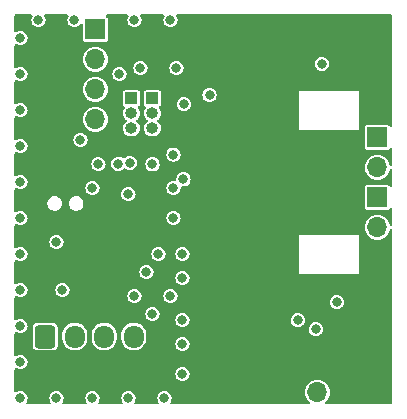
<source format=gbr>
%TF.GenerationSoftware,KiCad,Pcbnew,8.0.6*%
%TF.CreationDate,2024-12-16T13:19:03+09:00*%
%TF.ProjectId,BDCM_Driver_v1,4244434d-5f44-4726-9976-65725f76312e,rev?*%
%TF.SameCoordinates,PXaac6430PY8670810*%
%TF.FileFunction,Copper,L4,Bot*%
%TF.FilePolarity,Positive*%
%FSLAX46Y46*%
G04 Gerber Fmt 4.6, Leading zero omitted, Abs format (unit mm)*
G04 Created by KiCad (PCBNEW 8.0.6) date 2024-12-16 13:19:03*
%MOMM*%
%LPD*%
G01*
G04 APERTURE LIST*
G04 Aperture macros list*
%AMRoundRect*
0 Rectangle with rounded corners*
0 $1 Rounding radius*
0 $2 $3 $4 $5 $6 $7 $8 $9 X,Y pos of 4 corners*
0 Add a 4 corners polygon primitive as box body*
4,1,4,$2,$3,$4,$5,$6,$7,$8,$9,$2,$3,0*
0 Add four circle primitives for the rounded corners*
1,1,$1+$1,$2,$3*
1,1,$1+$1,$4,$5*
1,1,$1+$1,$6,$7*
1,1,$1+$1,$8,$9*
0 Add four rect primitives between the rounded corners*
20,1,$1+$1,$2,$3,$4,$5,0*
20,1,$1+$1,$4,$5,$6,$7,0*
20,1,$1+$1,$6,$7,$8,$9,0*
20,1,$1+$1,$8,$9,$2,$3,0*%
G04 Aperture macros list end*
%TA.AperFunction,ComponentPad*%
%ADD10R,1.000000X1.000000*%
%TD*%
%TA.AperFunction,ComponentPad*%
%ADD11O,1.000000X1.000000*%
%TD*%
%TA.AperFunction,ComponentPad*%
%ADD12R,1.700000X1.700000*%
%TD*%
%TA.AperFunction,ComponentPad*%
%ADD13O,1.700000X1.700000*%
%TD*%
%TA.AperFunction,ComponentPad*%
%ADD14RoundRect,0.250000X-0.600000X-0.725000X0.600000X-0.725000X0.600000X0.725000X-0.600000X0.725000X0*%
%TD*%
%TA.AperFunction,ComponentPad*%
%ADD15O,1.700000X1.950000*%
%TD*%
%TA.AperFunction,ViaPad*%
%ADD16C,0.800000*%
%TD*%
G04 APERTURE END LIST*
D10*
%TO.P,J2,1,Pin_1*%
%TO.N,GND*%
X-20320000Y25913000D03*
D11*
%TO.P,J2,2,Pin_2*%
%TO.N,ENC_{1A}*%
X-20320000Y24643000D03*
%TO.P,J2,3,Pin_3*%
%TO.N,ENC_{1B}*%
X-20320000Y23373000D03*
%TD*%
D12*
%TO.P,J4,1,Pin_1*%
%TO.N,GNDPWR*%
X-3810000Y1016000D03*
D13*
%TO.P,J4,2,Pin_2*%
%TO.N,Vdrive*%
X-6350000Y1016000D03*
%TD*%
D12*
%TO.P,J1,1,Pin_1*%
%TO.N,OUT_A_{2}*%
X-1270000Y17526000D03*
D13*
%TO.P,J1,2,Pin_2*%
%TO.N,OUT_A_{1}'*%
X-1270000Y14986000D03*
%TD*%
D12*
%TO.P,J7,1,Pin_1*%
%TO.N,OUT_B_{1}'*%
X-1270000Y22606000D03*
D13*
%TO.P,J7,2,Pin_2*%
%TO.N,OUT_B_{2}*%
X-1270000Y20066000D03*
%TD*%
D14*
%TO.P,J5,1,Pin_1*%
%TO.N,I^{2}C_{SCL}*%
X-29404000Y5736000D03*
D15*
%TO.P,J5,2,Pin_2*%
%TO.N,I^{2}C_{SDA}*%
X-26904000Y5736000D03*
%TO.P,J5,3,Pin_3*%
%TO.N,+3V3*%
X-24404000Y5736000D03*
%TO.P,J5,4,Pin_4*%
%TO.N,GND*%
X-21904000Y5736000D03*
%TD*%
D10*
%TO.P,J6,1,Pin_1*%
%TO.N,GND*%
X-22098000Y25913000D03*
D11*
%TO.P,J6,2,Pin_2*%
%TO.N,ENC_{2A}*%
X-22098000Y24643000D03*
%TO.P,J6,3,Pin_3*%
%TO.N,ENC_{2B}*%
X-22098000Y23373000D03*
%TD*%
D12*
%TO.P,J3,1,Pin_1*%
%TO.N,+3V3*%
X-25146000Y31750000D03*
D13*
%TO.P,J3,2,Pin_2*%
%TO.N,SWDCLK*%
X-25146000Y29210000D03*
%TO.P,J3,3,Pin_3*%
%TO.N,GND*%
X-25146000Y26670000D03*
%TO.P,J3,4,Pin_4*%
%TO.N,SWDIO*%
X-25146000Y24130000D03*
%TD*%
D16*
%TO.N,+3V3*%
X-18542000Y15796000D03*
X-6477000Y6350000D03*
X-18542000Y18288000D03*
X-18542000Y21146000D03*
%TO.N,GND*%
X-18796000Y9144000D03*
X-17780000Y7112000D03*
X-31496000Y6604000D03*
X-31496000Y15748000D03*
X-17692000Y19046000D03*
X-31496000Y12700000D03*
X-26416000Y22383500D03*
X-28448000Y508000D03*
X-17780000Y10668000D03*
X-17780000Y5080000D03*
X-20828000Y11176000D03*
X-25400000Y18288000D03*
X-31496000Y18796000D03*
X-21844000Y32512000D03*
X-31496000Y24892000D03*
X-28448000Y13716000D03*
X-21844000Y9144000D03*
X-31496000Y30988000D03*
X-31496000Y3556000D03*
X-21336000Y28448000D03*
X-18288000Y28448000D03*
X-17653000Y25400000D03*
X-20314237Y20314237D03*
X-31496000Y9652000D03*
X-19812000Y12700000D03*
X-8001000Y7112000D03*
X-25400000Y508000D03*
X-29972000Y32512000D03*
X-19304000Y508000D03*
X-22356000Y17779883D03*
X-31496000Y508000D03*
X-31496000Y27940000D03*
X-27940000Y9652000D03*
X-24892000Y20320000D03*
X-17780000Y2540000D03*
X-26924000Y32512000D03*
X-18796000Y32512000D03*
X-31496000Y21844000D03*
X-20320000Y7620000D03*
X-17780000Y12700000D03*
X-22352000Y508000D03*
%TO.N,GNDPWR*%
X-508000Y8128000D03*
X-31496000Y20320000D03*
X-10287000Y2159000D03*
X-2032000Y508000D03*
X-508000Y12700000D03*
X-12700000Y32512000D03*
X-508000Y5080000D03*
X-12192000Y18796000D03*
X-5080000Y32512000D03*
X-6604000Y32512000D03*
X-31496000Y17272000D03*
X-16256000Y30988000D03*
X-15748000Y32512000D03*
X-10160000Y20828000D03*
X-8128000Y32512000D03*
X-13208000Y13716000D03*
X-31496000Y29464000D03*
X-11811000Y4826000D03*
X-11176000Y13716000D03*
X-31496000Y23368000D03*
X-12192000Y14732000D03*
X-29972000Y508000D03*
X-12192000Y16764000D03*
X-12192000Y20828000D03*
X-28448000Y32512000D03*
X-9652000Y32512000D03*
X-508000Y11176000D03*
X-508000Y2032000D03*
X-3556000Y32512000D03*
X-15494000Y23241000D03*
X-12192000Y22860000D03*
X-31496000Y26416000D03*
X-31496000Y2032000D03*
X-11938000Y6731000D03*
X-11811000Y2159000D03*
X-508000Y26416000D03*
X-508000Y3556000D03*
X-31496000Y8128000D03*
X-17272000Y32512000D03*
X-31496000Y32512000D03*
X-26924000Y508000D03*
X-20828000Y508000D03*
X-508000Y27940000D03*
X-11176000Y17780000D03*
X-10160000Y16764000D03*
X-11176000Y19812000D03*
X-31496000Y14224000D03*
X-13208000Y19812000D03*
X-2032000Y32512000D03*
X-13208000Y21844000D03*
X-11176000Y32512000D03*
X-508000Y9652000D03*
X-508000Y6604000D03*
X-11176000Y15748000D03*
X-31496000Y11176000D03*
X-508000Y30988000D03*
X-11176000Y21844000D03*
X-508000Y508000D03*
X-508000Y24892000D03*
X-15748000Y508000D03*
X-11176000Y23876000D03*
X-11811000Y3175000D03*
X-13208000Y23876000D03*
X-14224000Y32512000D03*
X-508000Y32512000D03*
X-16256000Y28956000D03*
X-508000Y29464000D03*
X-13208000Y17780000D03*
X-15748000Y1905000D03*
X-13208000Y15748000D03*
X-8636000Y2159000D03*
X-31496000Y5080000D03*
X-20320000Y32512000D03*
X-23876000Y508000D03*
%TO.N,Current_{1}*%
X-23221925Y20368612D03*
X-4699000Y8636000D03*
%TO.N,Current_{2}*%
X-23114000Y27940000D03*
X-5969000Y28829000D03*
%TO.N,TEMP*%
X-22225000Y20447000D03*
X-15486266Y26167514D03*
%TD*%
%TA.AperFunction,Conductor*%
%TO.N,GNDPWR*%
G36*
X-30523520Y33000315D02*
G01*
X-30477765Y32947511D01*
X-30467821Y32878353D01*
X-30492184Y32820514D01*
X-30493637Y32818621D01*
X-30496537Y32814841D01*
X-30557044Y32668763D01*
X-30557045Y32668761D01*
X-30577682Y32512002D01*
X-30577682Y32511999D01*
X-30557045Y32355240D01*
X-30557044Y32355238D01*
X-30496536Y32209159D01*
X-30400282Y32083718D01*
X-30274841Y31987464D01*
X-30128762Y31926956D01*
X-30050381Y31916637D01*
X-29972001Y31906318D01*
X-29972000Y31906318D01*
X-29971999Y31906318D01*
X-29919746Y31913198D01*
X-29815238Y31926956D01*
X-29669159Y31987464D01*
X-29543718Y32083718D01*
X-29447464Y32209159D01*
X-29386956Y32355238D01*
X-29366318Y32512000D01*
X-29386956Y32668762D01*
X-29447464Y32814841D01*
X-29451817Y32820514D01*
X-29477011Y32885681D01*
X-29462973Y32954126D01*
X-29414160Y33004117D01*
X-29353441Y33020000D01*
X-27542559Y33020000D01*
X-27475520Y33000315D01*
X-27429765Y32947511D01*
X-27419821Y32878353D01*
X-27444184Y32820514D01*
X-27445637Y32818621D01*
X-27448537Y32814841D01*
X-27509044Y32668763D01*
X-27509045Y32668761D01*
X-27529682Y32512002D01*
X-27529682Y32511999D01*
X-27509045Y32355240D01*
X-27509044Y32355238D01*
X-27448536Y32209159D01*
X-27352282Y32083718D01*
X-27226841Y31987464D01*
X-27080762Y31926956D01*
X-27002381Y31916637D01*
X-26924001Y31906318D01*
X-26924000Y31906318D01*
X-26923999Y31906318D01*
X-26871746Y31913198D01*
X-26767238Y31926956D01*
X-26621159Y31987464D01*
X-26495718Y32083718D01*
X-26418876Y32183862D01*
X-26362448Y32225064D01*
X-26292702Y32229219D01*
X-26231782Y32195007D01*
X-26199029Y32133289D01*
X-26196500Y32108375D01*
X-26196500Y30880248D01*
X-26184869Y30821771D01*
X-26184868Y30821770D01*
X-26140553Y30755448D01*
X-26074231Y30711133D01*
X-26074230Y30711132D01*
X-26015753Y30699501D01*
X-26015750Y30699500D01*
X-26015748Y30699500D01*
X-24276250Y30699500D01*
X-24276249Y30699501D01*
X-24261432Y30702448D01*
X-24217771Y30711132D01*
X-24217771Y30711133D01*
X-24217769Y30711133D01*
X-24151448Y30755448D01*
X-24107133Y30821769D01*
X-24107133Y30821771D01*
X-24107132Y30821771D01*
X-24095501Y30880248D01*
X-24095500Y30880250D01*
X-24095500Y32619751D01*
X-24095501Y32619753D01*
X-24107132Y32678230D01*
X-24107133Y32678231D01*
X-24151447Y32744552D01*
X-24223802Y32792898D01*
X-24268606Y32846511D01*
X-24277313Y32915836D01*
X-24247158Y32978863D01*
X-24187715Y33015582D01*
X-24154910Y33020000D01*
X-22462559Y33020000D01*
X-22395520Y33000315D01*
X-22349765Y32947511D01*
X-22339821Y32878353D01*
X-22364184Y32820514D01*
X-22365637Y32818621D01*
X-22368537Y32814841D01*
X-22429044Y32668763D01*
X-22429045Y32668761D01*
X-22449682Y32512002D01*
X-22449682Y32511999D01*
X-22429045Y32355240D01*
X-22429044Y32355238D01*
X-22368536Y32209159D01*
X-22272282Y32083718D01*
X-22146841Y31987464D01*
X-22000762Y31926956D01*
X-21922381Y31916637D01*
X-21844001Y31906318D01*
X-21844000Y31906318D01*
X-21843999Y31906318D01*
X-21791746Y31913198D01*
X-21687238Y31926956D01*
X-21541159Y31987464D01*
X-21415718Y32083718D01*
X-21319464Y32209159D01*
X-21258956Y32355238D01*
X-21238318Y32512000D01*
X-21258956Y32668762D01*
X-21319464Y32814841D01*
X-21323817Y32820514D01*
X-21349011Y32885681D01*
X-21334973Y32954126D01*
X-21286160Y33004117D01*
X-21225441Y33020000D01*
X-19414559Y33020000D01*
X-19347520Y33000315D01*
X-19301765Y32947511D01*
X-19291821Y32878353D01*
X-19316184Y32820514D01*
X-19317637Y32818621D01*
X-19320537Y32814841D01*
X-19381044Y32668763D01*
X-19381045Y32668761D01*
X-19401682Y32512002D01*
X-19401682Y32511999D01*
X-19381045Y32355240D01*
X-19381044Y32355238D01*
X-19320536Y32209159D01*
X-19224282Y32083718D01*
X-19098841Y31987464D01*
X-18952762Y31926956D01*
X-18874381Y31916637D01*
X-18796001Y31906318D01*
X-18796000Y31906318D01*
X-18795999Y31906318D01*
X-18743746Y31913198D01*
X-18639238Y31926956D01*
X-18493159Y31987464D01*
X-18367718Y32083718D01*
X-18271464Y32209159D01*
X-18210956Y32355238D01*
X-18190318Y32512000D01*
X-18210956Y32668762D01*
X-18271464Y32814841D01*
X-18275817Y32820514D01*
X-18301011Y32885681D01*
X-18286973Y32954126D01*
X-18238160Y33004117D01*
X-18177441Y33020000D01*
X-124000Y33020000D01*
X-56961Y33000315D01*
X-11206Y32947511D01*
X0Y32896000D01*
X0Y23597090D01*
X-19685Y23530051D01*
X-72489Y23484296D01*
X-141647Y23474352D01*
X-205203Y23503377D01*
X-227102Y23528198D01*
X-275449Y23600554D01*
X-341770Y23644868D01*
X-341771Y23644869D01*
X-400248Y23656500D01*
X-400252Y23656500D01*
X-2139748Y23656500D01*
X-2139753Y23656500D01*
X-2198230Y23644869D01*
X-2198231Y23644868D01*
X-2264553Y23600553D01*
X-2308868Y23534231D01*
X-2308869Y23534230D01*
X-2320500Y23475753D01*
X-2320500Y21736248D01*
X-2308869Y21677771D01*
X-2308868Y21677770D01*
X-2264553Y21611448D01*
X-2198231Y21567133D01*
X-2198230Y21567132D01*
X-2139753Y21555501D01*
X-2139750Y21555500D01*
X-2139748Y21555500D01*
X-400250Y21555500D01*
X-400249Y21555501D01*
X-385432Y21558448D01*
X-341771Y21567132D01*
X-341771Y21567133D01*
X-341769Y21567133D01*
X-275448Y21611448D01*
X-231133Y21677769D01*
X-231133Y21677770D01*
X-227102Y21683802D01*
X-173490Y21728607D01*
X-104165Y21737314D01*
X-41137Y21707159D01*
X-4418Y21647716D01*
X0Y21614911D01*
X0Y20334173D01*
X-19685Y20267134D01*
X-72489Y20221379D01*
X-141647Y20211435D01*
X-205203Y20240460D01*
X-242661Y20298178D01*
X-249280Y20319999D01*
X-294768Y20469954D01*
X-392315Y20652450D01*
X-466232Y20742519D01*
X-523590Y20812411D01*
X-683548Y20943683D01*
X-683547Y20943683D01*
X-683550Y20943685D01*
X-866046Y21041232D01*
X-1064066Y21101300D01*
X-1064068Y21101301D01*
X-1064066Y21101301D01*
X-1270000Y21121583D01*
X-1475933Y21101301D01*
X-1673957Y21041231D01*
X-1771223Y20989240D01*
X-1856450Y20943685D01*
X-1856452Y20943684D01*
X-1856453Y20943683D01*
X-2016411Y20812411D01*
X-2132090Y20671453D01*
X-2147685Y20652450D01*
X-2173710Y20603761D01*
X-2245231Y20469957D01*
X-2305301Y20271933D01*
X-2325583Y20066000D01*
X-2305301Y19860068D01*
X-2283955Y19789701D01*
X-2245232Y19662046D01*
X-2147685Y19479550D01*
X-2113031Y19437323D01*
X-2016411Y19319590D01*
X-1981561Y19290990D01*
X-1856450Y19188315D01*
X-1673954Y19090768D01*
X-1475934Y19030700D01*
X-1475935Y19030700D01*
X-1457471Y19028882D01*
X-1270000Y19010417D01*
X-1064066Y19030700D01*
X-866046Y19090768D01*
X-683550Y19188315D01*
X-523590Y19319590D01*
X-392315Y19479550D01*
X-294768Y19662046D01*
X-242661Y19833825D01*
X-204363Y19892262D01*
X-140551Y19920718D01*
X-71484Y19910158D01*
X-19091Y19863934D01*
X0Y19797828D01*
X0Y18517090D01*
X-19685Y18450051D01*
X-72489Y18404296D01*
X-141647Y18394352D01*
X-205203Y18423377D01*
X-227102Y18448198D01*
X-275449Y18520554D01*
X-341770Y18564868D01*
X-341771Y18564869D01*
X-400248Y18576500D01*
X-400252Y18576500D01*
X-2139748Y18576500D01*
X-2139753Y18576500D01*
X-2198230Y18564869D01*
X-2198231Y18564868D01*
X-2264553Y18520553D01*
X-2308868Y18454231D01*
X-2308869Y18454230D01*
X-2320500Y18395753D01*
X-2320500Y16656248D01*
X-2308869Y16597771D01*
X-2308868Y16597770D01*
X-2264553Y16531448D01*
X-2198231Y16487133D01*
X-2198230Y16487132D01*
X-2139753Y16475501D01*
X-2139750Y16475500D01*
X-2139748Y16475500D01*
X-400250Y16475500D01*
X-400249Y16475501D01*
X-385432Y16478448D01*
X-341771Y16487132D01*
X-341771Y16487133D01*
X-341769Y16487133D01*
X-275448Y16531448D01*
X-231133Y16597769D01*
X-231133Y16597770D01*
X-227102Y16603802D01*
X-173490Y16648607D01*
X-104165Y16657314D01*
X-41137Y16627159D01*
X-4418Y16567716D01*
X0Y16534911D01*
X0Y15254173D01*
X-19685Y15187134D01*
X-72489Y15141379D01*
X-141647Y15131435D01*
X-205203Y15160460D01*
X-242661Y15218178D01*
X-294768Y15389954D01*
X-392315Y15572450D01*
X-447128Y15639240D01*
X-523590Y15732411D01*
X-683548Y15863683D01*
X-683547Y15863683D01*
X-683550Y15863685D01*
X-866046Y15961232D01*
X-1064066Y16021300D01*
X-1064068Y16021301D01*
X-1064066Y16021301D01*
X-1270000Y16041583D01*
X-1475933Y16021301D01*
X-1673957Y15961231D01*
X-1779599Y15904763D01*
X-1856450Y15863685D01*
X-1856452Y15863684D01*
X-1856453Y15863683D01*
X-2016411Y15732411D01*
X-2147683Y15572453D01*
X-2245231Y15389957D01*
X-2305301Y15191933D01*
X-2325583Y14986000D01*
X-2305301Y14780068D01*
X-2286421Y14717828D01*
X-2245232Y14582046D01*
X-2147685Y14399550D01*
X-2147683Y14399548D01*
X-2016411Y14239590D01*
X-1919791Y14160298D01*
X-1856450Y14108315D01*
X-1673954Y14010768D01*
X-1475934Y13950700D01*
X-1475935Y13950700D01*
X-1457471Y13948882D01*
X-1270000Y13930417D01*
X-1064066Y13950700D01*
X-866046Y14010768D01*
X-683550Y14108315D01*
X-523590Y14239590D01*
X-392315Y14399550D01*
X-294768Y14582046D01*
X-242661Y14753825D01*
X-204363Y14812262D01*
X-140551Y14840718D01*
X-71484Y14830158D01*
X-19091Y14783934D01*
X0Y14717828D01*
X0Y124000D01*
X-19685Y56961D01*
X-72489Y11206D01*
X-124000Y0D01*
X-5585529Y0D01*
X-5652568Y19685D01*
X-5698323Y72489D01*
X-5708267Y141647D01*
X-5679242Y205203D01*
X-5664194Y219853D01*
X-5632873Y245559D01*
X-5603590Y269590D01*
X-5472315Y429550D01*
X-5374768Y612046D01*
X-5314700Y810066D01*
X-5294417Y1016000D01*
X-5314700Y1221934D01*
X-5374768Y1419954D01*
X-5472315Y1602450D01*
X-5524298Y1665791D01*
X-5603590Y1762411D01*
X-5763548Y1893683D01*
X-5763547Y1893683D01*
X-5763550Y1893685D01*
X-5946046Y1991232D01*
X-6144066Y2051300D01*
X-6144068Y2051301D01*
X-6144066Y2051301D01*
X-6350000Y2071583D01*
X-6555933Y2051301D01*
X-6753957Y1991231D01*
X-6821821Y1954956D01*
X-6936450Y1893685D01*
X-6936452Y1893684D01*
X-6936453Y1893683D01*
X-7096411Y1762411D01*
X-7227683Y1602453D01*
X-7325231Y1419957D01*
X-7385301Y1221933D01*
X-7405583Y1016000D01*
X-7385301Y810068D01*
X-7385300Y810066D01*
X-7325232Y612046D01*
X-7227685Y429550D01*
X-7227683Y429548D01*
X-7096410Y269590D01*
X-7035806Y219853D01*
X-6996472Y162108D01*
X-6994601Y92263D01*
X-7030789Y32495D01*
X-7093544Y1779D01*
X-7114471Y0D01*
X-18685441Y0D01*
X-18752480Y19685D01*
X-18798235Y72489D01*
X-18808179Y141647D01*
X-18783817Y199487D01*
X-18779464Y205159D01*
X-18718956Y351238D01*
X-18698318Y508000D01*
X-18718956Y664762D01*
X-18779464Y810841D01*
X-18875718Y936282D01*
X-19001159Y1032536D01*
X-19147238Y1093044D01*
X-19147240Y1093045D01*
X-19303999Y1113682D01*
X-19304001Y1113682D01*
X-19460761Y1093045D01*
X-19460763Y1093044D01*
X-19606840Y1032537D01*
X-19732282Y936282D01*
X-19828537Y810840D01*
X-19889044Y664763D01*
X-19889045Y664761D01*
X-19909682Y508002D01*
X-19909682Y507999D01*
X-19889045Y351240D01*
X-19889044Y351238D01*
X-19828537Y205160D01*
X-19828536Y205159D01*
X-19824184Y199487D01*
X-19798989Y134319D01*
X-19813027Y65874D01*
X-19861840Y15883D01*
X-19922559Y0D01*
X-21733441Y0D01*
X-21800480Y19685D01*
X-21846235Y72489D01*
X-21856179Y141647D01*
X-21831817Y199487D01*
X-21827464Y205159D01*
X-21766956Y351238D01*
X-21746318Y508000D01*
X-21766956Y664762D01*
X-21827464Y810841D01*
X-21923718Y936282D01*
X-22049159Y1032536D01*
X-22195238Y1093044D01*
X-22195240Y1093045D01*
X-22351999Y1113682D01*
X-22352001Y1113682D01*
X-22508761Y1093045D01*
X-22508763Y1093044D01*
X-22654840Y1032537D01*
X-22780282Y936282D01*
X-22876537Y810840D01*
X-22937044Y664763D01*
X-22937045Y664761D01*
X-22957682Y508002D01*
X-22957682Y507999D01*
X-22937045Y351240D01*
X-22937044Y351238D01*
X-22876537Y205160D01*
X-22876536Y205159D01*
X-22872184Y199487D01*
X-22846989Y134319D01*
X-22861027Y65874D01*
X-22909840Y15883D01*
X-22970559Y0D01*
X-24781441Y0D01*
X-24848480Y19685D01*
X-24894235Y72489D01*
X-24904179Y141647D01*
X-24879817Y199487D01*
X-24875464Y205159D01*
X-24814956Y351238D01*
X-24794318Y508000D01*
X-24814956Y664762D01*
X-24875464Y810841D01*
X-24971718Y936282D01*
X-25097159Y1032536D01*
X-25243238Y1093044D01*
X-25243240Y1093045D01*
X-25399999Y1113682D01*
X-25400001Y1113682D01*
X-25556761Y1093045D01*
X-25556763Y1093044D01*
X-25702840Y1032537D01*
X-25828282Y936282D01*
X-25924537Y810840D01*
X-25985044Y664763D01*
X-25985045Y664761D01*
X-26005682Y508002D01*
X-26005682Y507999D01*
X-25985045Y351240D01*
X-25985044Y351238D01*
X-25924537Y205160D01*
X-25924536Y205159D01*
X-25920184Y199487D01*
X-25894989Y134319D01*
X-25909027Y65874D01*
X-25957840Y15883D01*
X-26018559Y0D01*
X-27829441Y0D01*
X-27896480Y19685D01*
X-27942235Y72489D01*
X-27952179Y141647D01*
X-27927817Y199487D01*
X-27923464Y205159D01*
X-27862956Y351238D01*
X-27842318Y508000D01*
X-27862956Y664762D01*
X-27923464Y810841D01*
X-28019718Y936282D01*
X-28145159Y1032536D01*
X-28291238Y1093044D01*
X-28291240Y1093045D01*
X-28447999Y1113682D01*
X-28448001Y1113682D01*
X-28604761Y1093045D01*
X-28604763Y1093044D01*
X-28750840Y1032537D01*
X-28876282Y936282D01*
X-28972537Y810840D01*
X-29033044Y664763D01*
X-29033045Y664761D01*
X-29053682Y508002D01*
X-29053682Y507999D01*
X-29033045Y351240D01*
X-29033044Y351238D01*
X-28972537Y205160D01*
X-28972536Y205159D01*
X-28968184Y199487D01*
X-28942989Y134319D01*
X-28957027Y65874D01*
X-29005840Y15883D01*
X-29066559Y0D01*
X-30877441Y0D01*
X-30944480Y19685D01*
X-30990235Y72489D01*
X-31000179Y141647D01*
X-30975817Y199487D01*
X-30971464Y205159D01*
X-30910956Y351238D01*
X-30890318Y508000D01*
X-30910956Y664762D01*
X-30971464Y810841D01*
X-31067718Y936282D01*
X-31193159Y1032536D01*
X-31339238Y1093044D01*
X-31339240Y1093045D01*
X-31495999Y1113682D01*
X-31496001Y1113682D01*
X-31652761Y1093045D01*
X-31652763Y1093044D01*
X-31798844Y1032535D01*
X-31804518Y1028181D01*
X-31869688Y1002990D01*
X-31938132Y1017031D01*
X-31988120Y1065847D01*
X-32004000Y1126560D01*
X-32004000Y2540002D01*
X-18385682Y2540002D01*
X-18385682Y2539999D01*
X-18365045Y2383240D01*
X-18365044Y2383238D01*
X-18304536Y2237159D01*
X-18208282Y2111718D01*
X-18082841Y2015464D01*
X-17936762Y1954956D01*
X-17858381Y1944637D01*
X-17780001Y1934318D01*
X-17780000Y1934318D01*
X-17779999Y1934318D01*
X-17727746Y1941198D01*
X-17623238Y1954956D01*
X-17477159Y2015464D01*
X-17351718Y2111718D01*
X-17255464Y2237159D01*
X-17194956Y2383238D01*
X-17174318Y2540000D01*
X-17194956Y2696762D01*
X-17255464Y2842841D01*
X-17351718Y2968282D01*
X-17477159Y3064536D01*
X-17623238Y3125044D01*
X-17623240Y3125045D01*
X-17779999Y3145682D01*
X-17780001Y3145682D01*
X-17936761Y3125045D01*
X-17936763Y3125044D01*
X-18082840Y3064537D01*
X-18208282Y2968282D01*
X-18304537Y2842840D01*
X-18365044Y2696763D01*
X-18365045Y2696761D01*
X-18385682Y2540002D01*
X-32004000Y2540002D01*
X-32004000Y2937441D01*
X-31984315Y3004480D01*
X-31931511Y3050235D01*
X-31862353Y3060179D01*
X-31804514Y3035817D01*
X-31798841Y3031464D01*
X-31652762Y2970956D01*
X-31574381Y2960637D01*
X-31496001Y2950318D01*
X-31496000Y2950318D01*
X-31495999Y2950318D01*
X-31443746Y2957198D01*
X-31339238Y2970956D01*
X-31193159Y3031464D01*
X-31067718Y3127718D01*
X-30971464Y3253159D01*
X-30910956Y3399238D01*
X-30890318Y3556000D01*
X-30910956Y3712762D01*
X-30971464Y3858841D01*
X-31067718Y3984282D01*
X-31193159Y4080536D01*
X-31339238Y4141044D01*
X-31339240Y4141045D01*
X-31495999Y4161682D01*
X-31496001Y4161682D01*
X-31652761Y4141045D01*
X-31652763Y4141044D01*
X-31798844Y4080535D01*
X-31804518Y4076181D01*
X-31869688Y4050990D01*
X-31938132Y4065031D01*
X-31988120Y4113847D01*
X-32004000Y4174560D01*
X-32004000Y5985441D01*
X-31984315Y6052480D01*
X-31931511Y6098235D01*
X-31862353Y6108179D01*
X-31804514Y6083817D01*
X-31798841Y6079464D01*
X-31652762Y6018956D01*
X-31574381Y6008637D01*
X-31496001Y5998318D01*
X-31496000Y5998318D01*
X-31495999Y5998318D01*
X-31443746Y6005198D01*
X-31339238Y6018956D01*
X-31193159Y6079464D01*
X-31067718Y6175718D01*
X-30971464Y6301159D01*
X-30910956Y6447238D01*
X-30901999Y6515270D01*
X-30454500Y6515270D01*
X-30454500Y4956731D01*
X-30451647Y4926301D01*
X-30451647Y4926299D01*
X-30406794Y4798120D01*
X-30406793Y4798118D01*
X-30326150Y4688850D01*
X-30216882Y4608207D01*
X-30195911Y4600869D01*
X-30088701Y4563354D01*
X-30058270Y4560500D01*
X-30058266Y4560500D01*
X-28749730Y4560500D01*
X-28719301Y4563354D01*
X-28719299Y4563354D01*
X-28655210Y4585781D01*
X-28591118Y4608207D01*
X-28481850Y4688850D01*
X-28401207Y4798118D01*
X-28378781Y4862210D01*
X-28356354Y4926299D01*
X-28356354Y4926301D01*
X-28353500Y4956731D01*
X-28353500Y5964470D01*
X-27954500Y5964470D01*
X-27954500Y5507531D01*
X-27929697Y5382840D01*
X-27914130Y5304580D01*
X-27834941Y5113402D01*
X-27812622Y5079999D01*
X-27719976Y4941343D01*
X-27573658Y4795025D01*
X-27573655Y4795023D01*
X-27401598Y4680059D01*
X-27210420Y4600870D01*
X-27021813Y4563354D01*
X-27007470Y4560501D01*
X-27007466Y4560500D01*
X-27007465Y4560500D01*
X-26800534Y4560500D01*
X-26800533Y4560501D01*
X-26597580Y4600870D01*
X-26406402Y4680059D01*
X-26234345Y4795023D01*
X-26088023Y4941345D01*
X-25973059Y5113402D01*
X-25893870Y5304580D01*
X-25853500Y5507535D01*
X-25853500Y5964465D01*
X-25853501Y5964470D01*
X-25454500Y5964470D01*
X-25454500Y5507531D01*
X-25429697Y5382840D01*
X-25414130Y5304580D01*
X-25334941Y5113402D01*
X-25312622Y5079999D01*
X-25219976Y4941343D01*
X-25073658Y4795025D01*
X-25073655Y4795023D01*
X-24901598Y4680059D01*
X-24710420Y4600870D01*
X-24521813Y4563354D01*
X-24507470Y4560501D01*
X-24507466Y4560500D01*
X-24507465Y4560500D01*
X-24300534Y4560500D01*
X-24300533Y4560501D01*
X-24097580Y4600870D01*
X-23906402Y4680059D01*
X-23734345Y4795023D01*
X-23588023Y4941345D01*
X-23473059Y5113402D01*
X-23393870Y5304580D01*
X-23353500Y5507535D01*
X-23353500Y5964465D01*
X-23353501Y5964470D01*
X-22954500Y5964470D01*
X-22954500Y5507531D01*
X-22929697Y5382840D01*
X-22914130Y5304580D01*
X-22834941Y5113402D01*
X-22812622Y5079999D01*
X-22719976Y4941343D01*
X-22573658Y4795025D01*
X-22573655Y4795023D01*
X-22401598Y4680059D01*
X-22210420Y4600870D01*
X-22021813Y4563354D01*
X-22007470Y4560501D01*
X-22007466Y4560500D01*
X-22007465Y4560500D01*
X-21800534Y4560500D01*
X-21800533Y4560501D01*
X-21597580Y4600870D01*
X-21406402Y4680059D01*
X-21234345Y4795023D01*
X-21088023Y4941345D01*
X-20995376Y5080002D01*
X-18385682Y5080002D01*
X-18385682Y5079999D01*
X-18365045Y4923240D01*
X-18365044Y4923238D01*
X-18311937Y4795025D01*
X-18304536Y4777159D01*
X-18208282Y4651718D01*
X-18082841Y4555464D01*
X-17936762Y4494956D01*
X-17858381Y4484637D01*
X-17780001Y4474318D01*
X-17780000Y4474318D01*
X-17779999Y4474318D01*
X-17727746Y4481198D01*
X-17623238Y4494956D01*
X-17477159Y4555464D01*
X-17351718Y4651718D01*
X-17255464Y4777159D01*
X-17194956Y4923238D01*
X-17174318Y5080000D01*
X-17194956Y5236762D01*
X-17255464Y5382841D01*
X-17351718Y5508282D01*
X-17477159Y5604536D01*
X-17623238Y5665044D01*
X-17623240Y5665045D01*
X-17779999Y5685682D01*
X-17780001Y5685682D01*
X-17936761Y5665045D01*
X-17936763Y5665044D01*
X-18082840Y5604537D01*
X-18208282Y5508282D01*
X-18304537Y5382840D01*
X-18365044Y5236763D01*
X-18365045Y5236761D01*
X-18385682Y5080002D01*
X-20995376Y5080002D01*
X-20973059Y5113402D01*
X-20893870Y5304580D01*
X-20853500Y5507535D01*
X-20853500Y5964465D01*
X-20893870Y6167420D01*
X-20969498Y6350002D01*
X-7082682Y6350002D01*
X-7082682Y6349999D01*
X-7062045Y6193240D01*
X-7062044Y6193238D01*
X-7022693Y6098235D01*
X-7001536Y6047159D01*
X-6905282Y5921718D01*
X-6779841Y5825464D01*
X-6633762Y5764956D01*
X-6555381Y5754637D01*
X-6477001Y5744318D01*
X-6477000Y5744318D01*
X-6476999Y5744318D01*
X-6424746Y5751198D01*
X-6320238Y5764956D01*
X-6174159Y5825464D01*
X-6048718Y5921718D01*
X-5952464Y6047159D01*
X-5891956Y6193238D01*
X-5871318Y6350000D01*
X-5891956Y6506762D01*
X-5952464Y6652841D01*
X-6048718Y6778282D01*
X-6174159Y6874536D01*
X-6252148Y6906840D01*
X-6320238Y6935044D01*
X-6320240Y6935045D01*
X-6476999Y6955682D01*
X-6477001Y6955682D01*
X-6633761Y6935045D01*
X-6633763Y6935044D01*
X-6779840Y6874537D01*
X-6905282Y6778282D01*
X-7001537Y6652840D01*
X-7062044Y6506763D01*
X-7062045Y6506761D01*
X-7082682Y6350002D01*
X-20969498Y6350002D01*
X-20973059Y6358598D01*
X-21088023Y6530655D01*
X-21088025Y6530658D01*
X-21234343Y6676976D01*
X-21359739Y6760762D01*
X-21406402Y6791941D01*
X-21447970Y6809159D01*
X-21597580Y6871130D01*
X-21597588Y6871132D01*
X-21800531Y6911500D01*
X-21800535Y6911500D01*
X-22007465Y6911500D01*
X-22007470Y6911500D01*
X-22210413Y6871132D01*
X-22210421Y6871130D01*
X-22401597Y6791942D01*
X-22573658Y6676976D01*
X-22719976Y6530658D01*
X-22834942Y6358597D01*
X-22914130Y6167421D01*
X-22914132Y6167413D01*
X-22954500Y5964470D01*
X-23353501Y5964470D01*
X-23393870Y6167420D01*
X-23473059Y6358598D01*
X-23588023Y6530655D01*
X-23588025Y6530658D01*
X-23734343Y6676976D01*
X-23859739Y6760762D01*
X-23906402Y6791941D01*
X-23947970Y6809159D01*
X-24097580Y6871130D01*
X-24097588Y6871132D01*
X-24300531Y6911500D01*
X-24300535Y6911500D01*
X-24507465Y6911500D01*
X-24507470Y6911500D01*
X-24710413Y6871132D01*
X-24710421Y6871130D01*
X-24901597Y6791942D01*
X-25073658Y6676976D01*
X-25219976Y6530658D01*
X-25334942Y6358597D01*
X-25414130Y6167421D01*
X-25414132Y6167413D01*
X-25454500Y5964470D01*
X-25853501Y5964470D01*
X-25893870Y6167420D01*
X-25973059Y6358598D01*
X-26088023Y6530655D01*
X-26088025Y6530658D01*
X-26234343Y6676976D01*
X-26359739Y6760762D01*
X-26406402Y6791941D01*
X-26447970Y6809159D01*
X-26597580Y6871130D01*
X-26597588Y6871132D01*
X-26800531Y6911500D01*
X-26800535Y6911500D01*
X-27007465Y6911500D01*
X-27007470Y6911500D01*
X-27210413Y6871132D01*
X-27210421Y6871130D01*
X-27401597Y6791942D01*
X-27573658Y6676976D01*
X-27719976Y6530658D01*
X-27834942Y6358597D01*
X-27914130Y6167421D01*
X-27914132Y6167413D01*
X-27954500Y5964470D01*
X-28353500Y5964470D01*
X-28353500Y6515270D01*
X-28356354Y6545700D01*
X-28356354Y6545702D01*
X-28393844Y6652840D01*
X-28401207Y6673882D01*
X-28481850Y6783150D01*
X-28591118Y6863793D01*
X-28591120Y6863794D01*
X-28719300Y6908647D01*
X-28749730Y6911500D01*
X-28749734Y6911500D01*
X-30058266Y6911500D01*
X-30058270Y6911500D01*
X-30088700Y6908647D01*
X-30088702Y6908647D01*
X-30216881Y6863794D01*
X-30216883Y6863793D01*
X-30326150Y6783150D01*
X-30406793Y6673883D01*
X-30406794Y6673881D01*
X-30451647Y6545702D01*
X-30451647Y6545700D01*
X-30454500Y6515270D01*
X-30901999Y6515270D01*
X-30890318Y6604000D01*
X-30899926Y6676977D01*
X-30910956Y6760761D01*
X-30910956Y6760762D01*
X-30971464Y6906841D01*
X-31067718Y7032282D01*
X-31193159Y7128536D01*
X-31339238Y7189044D01*
X-31339240Y7189045D01*
X-31495999Y7209682D01*
X-31496001Y7209682D01*
X-31652761Y7189045D01*
X-31652763Y7189044D01*
X-31798844Y7128535D01*
X-31804518Y7124181D01*
X-31869688Y7098990D01*
X-31938132Y7113031D01*
X-31988120Y7161847D01*
X-32004000Y7222560D01*
X-32004000Y7620002D01*
X-20925682Y7620002D01*
X-20925682Y7619999D01*
X-20905045Y7463240D01*
X-20905044Y7463238D01*
X-20844536Y7317159D01*
X-20748282Y7191718D01*
X-20622841Y7095464D01*
X-20476762Y7034956D01*
X-20398381Y7024637D01*
X-20320001Y7014318D01*
X-20320000Y7014318D01*
X-20319999Y7014318D01*
X-20267746Y7021198D01*
X-20163238Y7034956D01*
X-20017159Y7095464D01*
X-19995606Y7112002D01*
X-18385682Y7112002D01*
X-18385682Y7111999D01*
X-18365045Y6955240D01*
X-18365044Y6955238D01*
X-18331617Y6874537D01*
X-18304536Y6809159D01*
X-18208282Y6683718D01*
X-18082841Y6587464D01*
X-17936762Y6526956D01*
X-17858381Y6516637D01*
X-17780001Y6506318D01*
X-17780000Y6506318D01*
X-17779999Y6506318D01*
X-17712033Y6515266D01*
X-17623238Y6526956D01*
X-17477159Y6587464D01*
X-17351718Y6683718D01*
X-17255464Y6809159D01*
X-17194956Y6955238D01*
X-17174318Y7112000D01*
X-17174318Y7112002D01*
X-8606682Y7112002D01*
X-8606682Y7111999D01*
X-8586045Y6955240D01*
X-8586044Y6955238D01*
X-8552617Y6874537D01*
X-8525536Y6809159D01*
X-8429282Y6683718D01*
X-8303841Y6587464D01*
X-8157762Y6526956D01*
X-8079381Y6516637D01*
X-8001001Y6506318D01*
X-8001000Y6506318D01*
X-8000999Y6506318D01*
X-7933033Y6515266D01*
X-7844238Y6526956D01*
X-7698159Y6587464D01*
X-7572718Y6683718D01*
X-7476464Y6809159D01*
X-7415956Y6955238D01*
X-7395318Y7112000D01*
X-7395454Y7113031D01*
X-7415956Y7268761D01*
X-7415956Y7268762D01*
X-7476464Y7414841D01*
X-7572718Y7540282D01*
X-7698159Y7636536D01*
X-7844238Y7697044D01*
X-7844240Y7697045D01*
X-8000999Y7717682D01*
X-8001001Y7717682D01*
X-8157761Y7697045D01*
X-8157763Y7697044D01*
X-8303840Y7636537D01*
X-8429282Y7540282D01*
X-8525537Y7414840D01*
X-8586044Y7268763D01*
X-8586045Y7268761D01*
X-8606682Y7112002D01*
X-17174318Y7112002D01*
X-17174454Y7113031D01*
X-17194956Y7268761D01*
X-17194956Y7268762D01*
X-17255464Y7414841D01*
X-17351718Y7540282D01*
X-17477159Y7636536D01*
X-17623238Y7697044D01*
X-17623240Y7697045D01*
X-17779999Y7717682D01*
X-17780001Y7717682D01*
X-17936761Y7697045D01*
X-17936763Y7697044D01*
X-18082840Y7636537D01*
X-18208282Y7540282D01*
X-18304537Y7414840D01*
X-18365044Y7268763D01*
X-18365045Y7268761D01*
X-18385682Y7112002D01*
X-19995606Y7112002D01*
X-19891718Y7191718D01*
X-19795464Y7317159D01*
X-19734956Y7463238D01*
X-19714318Y7620000D01*
X-19734956Y7776762D01*
X-19795464Y7922841D01*
X-19891718Y8048282D01*
X-20017159Y8144536D01*
X-20163238Y8205044D01*
X-20163240Y8205045D01*
X-20319999Y8225682D01*
X-20320001Y8225682D01*
X-20476761Y8205045D01*
X-20476763Y8205044D01*
X-20622840Y8144537D01*
X-20748282Y8048282D01*
X-20844537Y7922840D01*
X-20905044Y7776763D01*
X-20905045Y7776761D01*
X-20925682Y7620002D01*
X-32004000Y7620002D01*
X-32004000Y9033441D01*
X-31984315Y9100480D01*
X-31931511Y9146235D01*
X-31862353Y9156179D01*
X-31804514Y9131817D01*
X-31798841Y9127464D01*
X-31652762Y9066956D01*
X-31574381Y9056637D01*
X-31496001Y9046318D01*
X-31496000Y9046318D01*
X-31495999Y9046318D01*
X-31443746Y9053198D01*
X-31339238Y9066956D01*
X-31193159Y9127464D01*
X-31067718Y9223718D01*
X-30971464Y9349159D01*
X-30910956Y9495238D01*
X-30890318Y9652000D01*
X-30890318Y9652002D01*
X-28545682Y9652002D01*
X-28545682Y9651999D01*
X-28525045Y9495240D01*
X-28525044Y9495238D01*
X-28464536Y9349159D01*
X-28368282Y9223718D01*
X-28242841Y9127464D01*
X-28096762Y9066956D01*
X-28018381Y9056637D01*
X-27940001Y9046318D01*
X-27940000Y9046318D01*
X-27939999Y9046318D01*
X-27887746Y9053198D01*
X-27783238Y9066956D01*
X-27637159Y9127464D01*
X-27615606Y9144002D01*
X-22449682Y9144002D01*
X-22449682Y9143999D01*
X-22429045Y8987240D01*
X-22429044Y8987238D01*
X-22368536Y8841159D01*
X-22272282Y8715718D01*
X-22146841Y8619464D01*
X-22000762Y8558956D01*
X-21922381Y8548637D01*
X-21844001Y8538318D01*
X-21844000Y8538318D01*
X-21843999Y8538318D01*
X-21791746Y8545198D01*
X-21687238Y8558956D01*
X-21541159Y8619464D01*
X-21415718Y8715718D01*
X-21319464Y8841159D01*
X-21258956Y8987238D01*
X-21238318Y9144000D01*
X-21238318Y9144002D01*
X-19401682Y9144002D01*
X-19401682Y9143999D01*
X-19381045Y8987240D01*
X-19381044Y8987238D01*
X-19320536Y8841159D01*
X-19224282Y8715718D01*
X-19098841Y8619464D01*
X-18952762Y8558956D01*
X-18874381Y8548637D01*
X-18796001Y8538318D01*
X-18796000Y8538318D01*
X-18795999Y8538318D01*
X-18743746Y8545198D01*
X-18639238Y8558956D01*
X-18493159Y8619464D01*
X-18471606Y8636002D01*
X-5304682Y8636002D01*
X-5304682Y8635999D01*
X-5284045Y8479240D01*
X-5284044Y8479238D01*
X-5223536Y8333159D01*
X-5127282Y8207718D01*
X-5001841Y8111464D01*
X-4855762Y8050956D01*
X-4777381Y8040637D01*
X-4699001Y8030318D01*
X-4699000Y8030318D01*
X-4698999Y8030318D01*
X-4646746Y8037198D01*
X-4542238Y8050956D01*
X-4396159Y8111464D01*
X-4270718Y8207718D01*
X-4174464Y8333159D01*
X-4113956Y8479238D01*
X-4093318Y8636000D01*
X-4113956Y8792762D01*
X-4174464Y8938841D01*
X-4270718Y9064282D01*
X-4396159Y9160536D01*
X-4542238Y9221044D01*
X-4542240Y9221045D01*
X-4698999Y9241682D01*
X-4699001Y9241682D01*
X-4855761Y9221045D01*
X-4855763Y9221044D01*
X-5001840Y9160537D01*
X-5127282Y9064282D01*
X-5223537Y8938840D01*
X-5284044Y8792763D01*
X-5284045Y8792761D01*
X-5304682Y8636002D01*
X-18471606Y8636002D01*
X-18367718Y8715718D01*
X-18271464Y8841159D01*
X-18210956Y8987238D01*
X-18190318Y9144000D01*
X-18210956Y9300762D01*
X-18271464Y9446841D01*
X-18367718Y9572282D01*
X-18493159Y9668536D01*
X-18639238Y9729044D01*
X-18639240Y9729045D01*
X-18795999Y9749682D01*
X-18796001Y9749682D01*
X-18952761Y9729045D01*
X-18952763Y9729044D01*
X-19098840Y9668537D01*
X-19224282Y9572282D01*
X-19320537Y9446840D01*
X-19381044Y9300763D01*
X-19381045Y9300761D01*
X-19401682Y9144002D01*
X-21238318Y9144002D01*
X-21258956Y9300762D01*
X-21319464Y9446841D01*
X-21415718Y9572282D01*
X-21541159Y9668536D01*
X-21687238Y9729044D01*
X-21687240Y9729045D01*
X-21843999Y9749682D01*
X-21844001Y9749682D01*
X-22000761Y9729045D01*
X-22000763Y9729044D01*
X-22146840Y9668537D01*
X-22272282Y9572282D01*
X-22368537Y9446840D01*
X-22429044Y9300763D01*
X-22429045Y9300761D01*
X-22449682Y9144002D01*
X-27615606Y9144002D01*
X-27511718Y9223718D01*
X-27415464Y9349159D01*
X-27354956Y9495238D01*
X-27334318Y9652000D01*
X-27354956Y9808762D01*
X-27415464Y9954841D01*
X-27511718Y10080282D01*
X-27637159Y10176536D01*
X-27783238Y10237044D01*
X-27783240Y10237045D01*
X-27939999Y10257682D01*
X-27940001Y10257682D01*
X-28096761Y10237045D01*
X-28096763Y10237044D01*
X-28242840Y10176537D01*
X-28368282Y10080282D01*
X-28464537Y9954840D01*
X-28525044Y9808763D01*
X-28525045Y9808761D01*
X-28545682Y9652002D01*
X-30890318Y9652002D01*
X-30910956Y9808762D01*
X-30971464Y9954841D01*
X-31067718Y10080282D01*
X-31193159Y10176536D01*
X-31339238Y10237044D01*
X-31339240Y10237045D01*
X-31495999Y10257682D01*
X-31496001Y10257682D01*
X-31652761Y10237045D01*
X-31652763Y10237044D01*
X-31798844Y10176535D01*
X-31804518Y10172181D01*
X-31869688Y10146990D01*
X-31938132Y10161031D01*
X-31988120Y10209847D01*
X-32004000Y10270560D01*
X-32004000Y11176002D01*
X-21433682Y11176002D01*
X-21433682Y11175999D01*
X-21413045Y11019240D01*
X-21413044Y11019238D01*
X-21352536Y10873159D01*
X-21256282Y10747718D01*
X-21130841Y10651464D01*
X-20984762Y10590956D01*
X-20906381Y10580637D01*
X-20828001Y10570318D01*
X-20828000Y10570318D01*
X-20827999Y10570318D01*
X-20775746Y10577198D01*
X-20671238Y10590956D01*
X-20525159Y10651464D01*
X-20503606Y10668002D01*
X-18385682Y10668002D01*
X-18385682Y10667999D01*
X-18365045Y10511240D01*
X-18365044Y10511238D01*
X-18304536Y10365159D01*
X-18208282Y10239718D01*
X-18082841Y10143464D01*
X-17936762Y10082956D01*
X-17858381Y10072637D01*
X-17780001Y10062318D01*
X-17780000Y10062318D01*
X-17779999Y10062318D01*
X-17727746Y10069198D01*
X-17623238Y10082956D01*
X-17477159Y10143464D01*
X-17351718Y10239718D01*
X-17255464Y10365159D01*
X-17194956Y10511238D01*
X-17174318Y10668000D01*
X-17194956Y10824762D01*
X-17255464Y10970841D01*
X-17315437Y11049000D01*
X-7874000Y11049000D01*
X-2794000Y11049000D01*
X-2794000Y14351000D01*
X-7874000Y14351000D01*
X-7874000Y11049000D01*
X-17315437Y11049000D01*
X-17351718Y11096282D01*
X-17477159Y11192536D01*
X-17623238Y11253044D01*
X-17623240Y11253045D01*
X-17779999Y11273682D01*
X-17780001Y11273682D01*
X-17936761Y11253045D01*
X-17936763Y11253044D01*
X-18082840Y11192537D01*
X-18208282Y11096282D01*
X-18304537Y10970840D01*
X-18365044Y10824763D01*
X-18365045Y10824761D01*
X-18385682Y10668002D01*
X-20503606Y10668002D01*
X-20399718Y10747718D01*
X-20303464Y10873159D01*
X-20242956Y11019238D01*
X-20222318Y11176000D01*
X-20242956Y11332762D01*
X-20303464Y11478841D01*
X-20399718Y11604282D01*
X-20525159Y11700536D01*
X-20671238Y11761044D01*
X-20671240Y11761045D01*
X-20827999Y11781682D01*
X-20828001Y11781682D01*
X-20984761Y11761045D01*
X-20984763Y11761044D01*
X-21130840Y11700537D01*
X-21256282Y11604282D01*
X-21352537Y11478840D01*
X-21413044Y11332763D01*
X-21413045Y11332761D01*
X-21433682Y11176002D01*
X-32004000Y11176002D01*
X-32004000Y12081441D01*
X-31984315Y12148480D01*
X-31931511Y12194235D01*
X-31862353Y12204179D01*
X-31804514Y12179817D01*
X-31798841Y12175464D01*
X-31652762Y12114956D01*
X-31574381Y12104637D01*
X-31496001Y12094318D01*
X-31496000Y12094318D01*
X-31495999Y12094318D01*
X-31443746Y12101198D01*
X-31339238Y12114956D01*
X-31193159Y12175464D01*
X-31067718Y12271718D01*
X-30971464Y12397159D01*
X-30910956Y12543238D01*
X-30890318Y12700000D01*
X-30890318Y12700002D01*
X-20417682Y12700002D01*
X-20417682Y12699999D01*
X-20397045Y12543240D01*
X-20397044Y12543238D01*
X-20336536Y12397159D01*
X-20240282Y12271718D01*
X-20114841Y12175464D01*
X-19968762Y12114956D01*
X-19890381Y12104637D01*
X-19812001Y12094318D01*
X-19812000Y12094318D01*
X-19811999Y12094318D01*
X-19759746Y12101198D01*
X-19655238Y12114956D01*
X-19509159Y12175464D01*
X-19383718Y12271718D01*
X-19287464Y12397159D01*
X-19226956Y12543238D01*
X-19206318Y12700000D01*
X-19206318Y12700002D01*
X-18385682Y12700002D01*
X-18385682Y12699999D01*
X-18365045Y12543240D01*
X-18365044Y12543238D01*
X-18304536Y12397159D01*
X-18208282Y12271718D01*
X-18082841Y12175464D01*
X-17936762Y12114956D01*
X-17858381Y12104637D01*
X-17780001Y12094318D01*
X-17780000Y12094318D01*
X-17779999Y12094318D01*
X-17727746Y12101198D01*
X-17623238Y12114956D01*
X-17477159Y12175464D01*
X-17351718Y12271718D01*
X-17255464Y12397159D01*
X-17194956Y12543238D01*
X-17174318Y12700000D01*
X-17194956Y12856762D01*
X-17255464Y13002841D01*
X-17351718Y13128282D01*
X-17477159Y13224536D01*
X-17623238Y13285044D01*
X-17623240Y13285045D01*
X-17779999Y13305682D01*
X-17780001Y13305682D01*
X-17936761Y13285045D01*
X-17936763Y13285044D01*
X-18082840Y13224537D01*
X-18208282Y13128282D01*
X-18304537Y13002840D01*
X-18365044Y12856763D01*
X-18365045Y12856761D01*
X-18385682Y12700002D01*
X-19206318Y12700002D01*
X-19226956Y12856762D01*
X-19287464Y13002841D01*
X-19383718Y13128282D01*
X-19509159Y13224536D01*
X-19655238Y13285044D01*
X-19655240Y13285045D01*
X-19811999Y13305682D01*
X-19812001Y13305682D01*
X-19968761Y13285045D01*
X-19968763Y13285044D01*
X-20114840Y13224537D01*
X-20240282Y13128282D01*
X-20336537Y13002840D01*
X-20397044Y12856763D01*
X-20397045Y12856761D01*
X-20417682Y12700002D01*
X-30890318Y12700002D01*
X-30910956Y12856762D01*
X-30971464Y13002841D01*
X-31067718Y13128282D01*
X-31193159Y13224536D01*
X-31339238Y13285044D01*
X-31339240Y13285045D01*
X-31495999Y13305682D01*
X-31496001Y13305682D01*
X-31652761Y13285045D01*
X-31652763Y13285044D01*
X-31798844Y13224535D01*
X-31804518Y13220181D01*
X-31869688Y13194990D01*
X-31938132Y13209031D01*
X-31988120Y13257847D01*
X-32004000Y13318560D01*
X-32004000Y13716002D01*
X-29053682Y13716002D01*
X-29053682Y13715999D01*
X-29033045Y13559240D01*
X-29033044Y13559238D01*
X-28972536Y13413159D01*
X-28876282Y13287718D01*
X-28750841Y13191464D01*
X-28604762Y13130956D01*
X-28526381Y13120637D01*
X-28448001Y13110318D01*
X-28448000Y13110318D01*
X-28447999Y13110318D01*
X-28395746Y13117198D01*
X-28291238Y13130956D01*
X-28145159Y13191464D01*
X-28019718Y13287718D01*
X-27923464Y13413159D01*
X-27862956Y13559238D01*
X-27842318Y13716000D01*
X-27862956Y13872762D01*
X-27923464Y14018841D01*
X-28019718Y14144282D01*
X-28145159Y14240536D01*
X-28291238Y14301044D01*
X-28291240Y14301045D01*
X-28447999Y14321682D01*
X-28448001Y14321682D01*
X-28604761Y14301045D01*
X-28604763Y14301044D01*
X-28750840Y14240537D01*
X-28876282Y14144282D01*
X-28972537Y14018840D01*
X-29033044Y13872763D01*
X-29033045Y13872761D01*
X-29053682Y13716002D01*
X-32004000Y13716002D01*
X-32004000Y15129441D01*
X-31984315Y15196480D01*
X-31931511Y15242235D01*
X-31862353Y15252179D01*
X-31804514Y15227817D01*
X-31798841Y15223464D01*
X-31652762Y15162956D01*
X-31574381Y15152637D01*
X-31496001Y15142318D01*
X-31496000Y15142318D01*
X-31495999Y15142318D01*
X-31443746Y15149198D01*
X-31339238Y15162956D01*
X-31193159Y15223464D01*
X-31067718Y15319718D01*
X-30971464Y15445159D01*
X-30910956Y15591238D01*
X-30890318Y15748000D01*
X-30896638Y15796002D01*
X-19147682Y15796002D01*
X-19147682Y15795999D01*
X-19127045Y15639240D01*
X-19127044Y15639238D01*
X-19099380Y15572450D01*
X-19066536Y15493159D01*
X-18970282Y15367718D01*
X-18844841Y15271464D01*
X-18698762Y15210956D01*
X-18620381Y15200637D01*
X-18542001Y15190318D01*
X-18542000Y15190318D01*
X-18541999Y15190318D01*
X-18489746Y15197198D01*
X-18385238Y15210956D01*
X-18239159Y15271464D01*
X-18113718Y15367718D01*
X-18017464Y15493159D01*
X-17956956Y15639238D01*
X-17936318Y15796000D01*
X-17945229Y15863683D01*
X-17956956Y15952761D01*
X-17956956Y15952762D01*
X-18017464Y16098841D01*
X-18113718Y16224282D01*
X-18239159Y16320536D01*
X-18350271Y16366560D01*
X-18385238Y16381044D01*
X-18385240Y16381045D01*
X-18541999Y16401682D01*
X-18542001Y16401682D01*
X-18698761Y16381045D01*
X-18698763Y16381044D01*
X-18844840Y16320537D01*
X-18970282Y16224282D01*
X-19066537Y16098840D01*
X-19127044Y15952763D01*
X-19127045Y15952761D01*
X-19147682Y15796002D01*
X-30896638Y15796002D01*
X-30910956Y15904761D01*
X-30910956Y15904762D01*
X-30971464Y16050841D01*
X-31067718Y16176282D01*
X-31193159Y16272536D01*
X-31339238Y16333044D01*
X-31339240Y16333045D01*
X-31495999Y16353682D01*
X-31496001Y16353682D01*
X-31652761Y16333045D01*
X-31652763Y16333044D01*
X-31798844Y16272535D01*
X-31804518Y16268181D01*
X-31869688Y16242990D01*
X-31938132Y16257031D01*
X-31988120Y16305847D01*
X-32004000Y16366560D01*
X-32004000Y17079611D01*
X-29211500Y17079611D01*
X-29211500Y16956390D01*
X-29187465Y16835556D01*
X-29187462Y16835546D01*
X-29140313Y16721717D01*
X-29140308Y16721708D01*
X-29071859Y16619268D01*
X-29071856Y16619264D01*
X-28984737Y16532145D01*
X-28984733Y16532142D01*
X-28882293Y16463693D01*
X-28882287Y16463690D01*
X-28882286Y16463689D01*
X-28768452Y16416537D01*
X-28693768Y16401682D01*
X-28647611Y16392501D01*
X-28647607Y16392500D01*
X-28647606Y16392500D01*
X-28524393Y16392500D01*
X-28524392Y16392501D01*
X-28403548Y16416537D01*
X-28289714Y16463689D01*
X-28187267Y16532142D01*
X-28100142Y16619267D01*
X-28031689Y16721714D01*
X-27984537Y16835548D01*
X-27960500Y16956394D01*
X-27960500Y17079606D01*
X-27960501Y17079611D01*
X-27411500Y17079611D01*
X-27411500Y16956390D01*
X-27387465Y16835556D01*
X-27387462Y16835546D01*
X-27340313Y16721717D01*
X-27340308Y16721708D01*
X-27271859Y16619268D01*
X-27271856Y16619264D01*
X-27184737Y16532145D01*
X-27184733Y16532142D01*
X-27082293Y16463693D01*
X-27082287Y16463690D01*
X-27082286Y16463689D01*
X-26968452Y16416537D01*
X-26893768Y16401682D01*
X-26847611Y16392501D01*
X-26847607Y16392500D01*
X-26847606Y16392500D01*
X-26724393Y16392500D01*
X-26724392Y16392501D01*
X-26603548Y16416537D01*
X-26489714Y16463689D01*
X-26387267Y16532142D01*
X-26300142Y16619267D01*
X-26231689Y16721714D01*
X-26184537Y16835548D01*
X-26160500Y16956394D01*
X-26160500Y17079606D01*
X-26184537Y17200452D01*
X-26231689Y17314286D01*
X-26231690Y17314287D01*
X-26231693Y17314293D01*
X-26300142Y17416733D01*
X-26300145Y17416737D01*
X-26387264Y17503856D01*
X-26387268Y17503859D01*
X-26489708Y17572308D01*
X-26489717Y17572313D01*
X-26603546Y17619462D01*
X-26603545Y17619462D01*
X-26603548Y17619463D01*
X-26603552Y17619464D01*
X-26603556Y17619465D01*
X-26724390Y17643500D01*
X-26724394Y17643500D01*
X-26847606Y17643500D01*
X-26847611Y17643500D01*
X-26968445Y17619465D01*
X-26968455Y17619462D01*
X-27082284Y17572313D01*
X-27082293Y17572308D01*
X-27184733Y17503859D01*
X-27184737Y17503856D01*
X-27271856Y17416737D01*
X-27271859Y17416733D01*
X-27340308Y17314293D01*
X-27340313Y17314284D01*
X-27387462Y17200455D01*
X-27387465Y17200445D01*
X-27411500Y17079611D01*
X-27960501Y17079611D01*
X-27984537Y17200452D01*
X-28031689Y17314286D01*
X-28031690Y17314287D01*
X-28031693Y17314293D01*
X-28100142Y17416733D01*
X-28100145Y17416737D01*
X-28187264Y17503856D01*
X-28187268Y17503859D01*
X-28289708Y17572308D01*
X-28289717Y17572313D01*
X-28403546Y17619462D01*
X-28403545Y17619462D01*
X-28403548Y17619463D01*
X-28403552Y17619464D01*
X-28403556Y17619465D01*
X-28524390Y17643500D01*
X-28524394Y17643500D01*
X-28647606Y17643500D01*
X-28647611Y17643500D01*
X-28768445Y17619465D01*
X-28768455Y17619462D01*
X-28882284Y17572313D01*
X-28882293Y17572308D01*
X-28984733Y17503859D01*
X-28984737Y17503856D01*
X-29071856Y17416737D01*
X-29071859Y17416733D01*
X-29140308Y17314293D01*
X-29140313Y17314284D01*
X-29187462Y17200455D01*
X-29187465Y17200445D01*
X-29211500Y17079611D01*
X-32004000Y17079611D01*
X-32004000Y18177441D01*
X-31984315Y18244480D01*
X-31931511Y18290235D01*
X-31862353Y18300179D01*
X-31804514Y18275817D01*
X-31798841Y18271464D01*
X-31652762Y18210956D01*
X-31574381Y18200637D01*
X-31496001Y18190318D01*
X-31496000Y18190318D01*
X-31495999Y18190318D01*
X-31443746Y18197198D01*
X-31339238Y18210956D01*
X-31193159Y18271464D01*
X-31171606Y18288002D01*
X-26005682Y18288002D01*
X-26005682Y18287999D01*
X-25985045Y18131240D01*
X-25985044Y18131238D01*
X-25924536Y17985159D01*
X-25828282Y17859718D01*
X-25702841Y17763464D01*
X-25556762Y17702956D01*
X-25478381Y17692637D01*
X-25400001Y17682318D01*
X-25400000Y17682318D01*
X-25399999Y17682318D01*
X-25347746Y17689198D01*
X-25243238Y17702956D01*
X-25097159Y17763464D01*
X-25075759Y17779885D01*
X-22961682Y17779885D01*
X-22961682Y17779882D01*
X-22941045Y17623123D01*
X-22941044Y17623121D01*
X-22880536Y17477042D01*
X-22784282Y17351601D01*
X-22658841Y17255347D01*
X-22512762Y17194839D01*
X-22434381Y17184520D01*
X-22356001Y17174201D01*
X-22356000Y17174201D01*
X-22355999Y17174201D01*
X-22303746Y17181081D01*
X-22199238Y17194839D01*
X-22053159Y17255347D01*
X-21927718Y17351601D01*
X-21831464Y17477042D01*
X-21770956Y17623121D01*
X-21750318Y17779883D01*
X-21760829Y17859719D01*
X-21770956Y17936644D01*
X-21770956Y17936645D01*
X-21831464Y18082724D01*
X-21927718Y18208165D01*
X-22031764Y18288002D01*
X-19147682Y18288002D01*
X-19147682Y18287999D01*
X-19127045Y18131240D01*
X-19127044Y18131238D01*
X-19066536Y17985159D01*
X-18970282Y17859718D01*
X-18844841Y17763464D01*
X-18698762Y17702956D01*
X-18620381Y17692637D01*
X-18542001Y17682318D01*
X-18542000Y17682318D01*
X-18541999Y17682318D01*
X-18489746Y17689198D01*
X-18385238Y17702956D01*
X-18239159Y17763464D01*
X-18113718Y17859718D01*
X-18017464Y17985159D01*
X-17956956Y18131238D01*
X-17936318Y18288000D01*
X-17938480Y18304419D01*
X-17939941Y18315521D01*
X-17929175Y18384556D01*
X-17882795Y18436812D01*
X-17815526Y18455697D01*
X-17800836Y18454647D01*
X-17692000Y18440318D01*
X-17691999Y18440318D01*
X-17632145Y18448198D01*
X-17535238Y18460956D01*
X-17389159Y18521464D01*
X-17263718Y18617718D01*
X-17167464Y18743159D01*
X-17106956Y18889238D01*
X-17086318Y19046000D01*
X-17093275Y19098841D01*
X-17105054Y19188315D01*
X-17106956Y19202762D01*
X-17167464Y19348841D01*
X-17263718Y19474282D01*
X-17389159Y19570536D01*
X-17535238Y19631044D01*
X-17535240Y19631045D01*
X-17691999Y19651682D01*
X-17692001Y19651682D01*
X-17848761Y19631045D01*
X-17848763Y19631044D01*
X-17994840Y19570537D01*
X-18120282Y19474282D01*
X-18216537Y19348840D01*
X-18277044Y19202763D01*
X-18277045Y19202761D01*
X-18297682Y19046002D01*
X-18294059Y19018477D01*
X-18304827Y18949442D01*
X-18351208Y18897188D01*
X-18418478Y18878304D01*
X-18433180Y18879356D01*
X-18542000Y18893682D01*
X-18542001Y18893682D01*
X-18698761Y18873045D01*
X-18698763Y18873044D01*
X-18844840Y18812537D01*
X-18970282Y18716282D01*
X-19066537Y18590840D01*
X-19127044Y18444763D01*
X-19127045Y18444761D01*
X-19147682Y18288002D01*
X-22031764Y18288002D01*
X-22053159Y18304419D01*
X-22079962Y18315521D01*
X-22199238Y18364927D01*
X-22199240Y18364928D01*
X-22355999Y18385565D01*
X-22356001Y18385565D01*
X-22512761Y18364928D01*
X-22512763Y18364927D01*
X-22658840Y18304420D01*
X-22784282Y18208165D01*
X-22880537Y18082723D01*
X-22941044Y17936646D01*
X-22941045Y17936644D01*
X-22961682Y17779885D01*
X-25075759Y17779885D01*
X-24971718Y17859718D01*
X-24875464Y17985159D01*
X-24814956Y18131238D01*
X-24794318Y18288000D01*
X-24796480Y18304419D01*
X-24814956Y18444761D01*
X-24814956Y18444762D01*
X-24875464Y18590841D01*
X-24971718Y18716282D01*
X-25097159Y18812536D01*
X-25243238Y18873044D01*
X-25243240Y18873045D01*
X-25399999Y18893682D01*
X-25400001Y18893682D01*
X-25556761Y18873045D01*
X-25556763Y18873044D01*
X-25702840Y18812537D01*
X-25828282Y18716282D01*
X-25924537Y18590840D01*
X-25985044Y18444763D01*
X-25985045Y18444761D01*
X-26005682Y18288002D01*
X-31171606Y18288002D01*
X-31067718Y18367718D01*
X-30971464Y18493159D01*
X-30910956Y18639238D01*
X-30890318Y18796000D01*
X-30910956Y18952762D01*
X-30971464Y19098841D01*
X-31067718Y19224282D01*
X-31193159Y19320536D01*
X-31339238Y19381044D01*
X-31339240Y19381045D01*
X-31495999Y19401682D01*
X-31496001Y19401682D01*
X-31652761Y19381045D01*
X-31652763Y19381044D01*
X-31798844Y19320535D01*
X-31804518Y19316181D01*
X-31869688Y19290990D01*
X-31938132Y19305031D01*
X-31988120Y19353847D01*
X-32004000Y19414560D01*
X-32004000Y20320002D01*
X-25497682Y20320002D01*
X-25497682Y20319999D01*
X-25477045Y20163240D01*
X-25477044Y20163238D01*
X-25416536Y20017159D01*
X-25320282Y19891718D01*
X-25194841Y19795464D01*
X-25048762Y19734956D01*
X-25004995Y19729194D01*
X-24892001Y19714318D01*
X-24892000Y19714318D01*
X-24891999Y19714318D01*
X-24839746Y19721198D01*
X-24735238Y19734956D01*
X-24589159Y19795464D01*
X-24463718Y19891718D01*
X-24367464Y20017159D01*
X-24306956Y20163238D01*
X-24286318Y20320000D01*
X-24292718Y20368614D01*
X-23827607Y20368614D01*
X-23827607Y20368611D01*
X-23806970Y20211852D01*
X-23806969Y20211850D01*
X-23749267Y20072544D01*
X-23746461Y20065771D01*
X-23650207Y19940330D01*
X-23524766Y19844076D01*
X-23378687Y19783568D01*
X-23300306Y19773249D01*
X-23221926Y19762930D01*
X-23221925Y19762930D01*
X-23221924Y19762930D01*
X-23169671Y19769810D01*
X-23065163Y19783568D01*
X-22919084Y19844076D01*
X-22793643Y19940330D01*
X-22779254Y19959083D01*
X-22722829Y20000285D01*
X-22653083Y20004440D01*
X-22605397Y19981974D01*
X-22527841Y19922464D01*
X-22381762Y19861956D01*
X-22303381Y19851637D01*
X-22225001Y19841318D01*
X-22225000Y19841318D01*
X-22224999Y19841318D01*
X-22172746Y19848198D01*
X-22068238Y19861956D01*
X-21922159Y19922464D01*
X-21796718Y20018718D01*
X-21700464Y20144159D01*
X-21639956Y20290238D01*
X-21636796Y20314239D01*
X-20919919Y20314239D01*
X-20919919Y20314236D01*
X-20899282Y20157477D01*
X-20899281Y20157475D01*
X-20838773Y20011396D01*
X-20742519Y19885955D01*
X-20617078Y19789701D01*
X-20470999Y19729193D01*
X-20392618Y19718874D01*
X-20314238Y19708555D01*
X-20314237Y19708555D01*
X-20314236Y19708555D01*
X-20261983Y19715435D01*
X-20157475Y19729193D01*
X-20011396Y19789701D01*
X-19885955Y19885955D01*
X-19789701Y20011396D01*
X-19729193Y20157475D01*
X-19714124Y20271934D01*
X-19708555Y20314236D01*
X-19708555Y20314239D01*
X-19726033Y20446999D01*
X-19729193Y20470999D01*
X-19789701Y20617078D01*
X-19885955Y20742519D01*
X-20011396Y20838773D01*
X-20021985Y20843159D01*
X-20157475Y20899281D01*
X-20157477Y20899282D01*
X-20314236Y20919919D01*
X-20314238Y20919919D01*
X-20470998Y20899282D01*
X-20471000Y20899281D01*
X-20617077Y20838774D01*
X-20742519Y20742519D01*
X-20838774Y20617077D01*
X-20899281Y20471000D01*
X-20899282Y20470998D01*
X-20919919Y20314239D01*
X-21636796Y20314239D01*
X-21619318Y20447000D01*
X-21622478Y20470999D01*
X-21639956Y20603761D01*
X-21639956Y20603762D01*
X-21700464Y20749841D01*
X-21796718Y20875282D01*
X-21922159Y20971536D01*
X-22068238Y21032044D01*
X-22068240Y21032045D01*
X-22224999Y21052682D01*
X-22225001Y21052682D01*
X-22381761Y21032045D01*
X-22381763Y21032044D01*
X-22527840Y20971537D01*
X-22653284Y20875281D01*
X-22667673Y20856528D01*
X-22724102Y20815327D01*
X-22793848Y20811174D01*
X-22841531Y20833640D01*
X-22919084Y20893148D01*
X-22933893Y20899282D01*
X-23065163Y20953656D01*
X-23065165Y20953657D01*
X-23221924Y20974294D01*
X-23221926Y20974294D01*
X-23378686Y20953657D01*
X-23378688Y20953656D01*
X-23524765Y20893149D01*
X-23650207Y20796894D01*
X-23746462Y20671452D01*
X-23806969Y20525375D01*
X-23806970Y20525373D01*
X-23827607Y20368614D01*
X-24292718Y20368614D01*
X-24306956Y20476762D01*
X-24367464Y20622841D01*
X-24463718Y20748282D01*
X-24589159Y20844536D01*
X-24706519Y20893148D01*
X-24735238Y20905044D01*
X-24735240Y20905045D01*
X-24891999Y20925682D01*
X-24892001Y20925682D01*
X-25048761Y20905045D01*
X-25048763Y20905044D01*
X-25194840Y20844537D01*
X-25320282Y20748282D01*
X-25416537Y20622840D01*
X-25477044Y20476763D01*
X-25477045Y20476761D01*
X-25497682Y20320002D01*
X-32004000Y20320002D01*
X-32004000Y21146002D01*
X-19147682Y21146002D01*
X-19147682Y21145999D01*
X-19127045Y20989240D01*
X-19127044Y20989238D01*
X-19067107Y20844536D01*
X-19066536Y20843159D01*
X-18970282Y20717718D01*
X-18844841Y20621464D01*
X-18698762Y20560956D01*
X-18620381Y20550637D01*
X-18542001Y20540318D01*
X-18542000Y20540318D01*
X-18541999Y20540318D01*
X-18489746Y20547198D01*
X-18385238Y20560956D01*
X-18239159Y20621464D01*
X-18113718Y20717718D01*
X-18017464Y20843159D01*
X-17956956Y20989238D01*
X-17942203Y21101301D01*
X-17936318Y21145999D01*
X-17936318Y21146002D01*
X-17956956Y21302761D01*
X-17956956Y21302762D01*
X-18017464Y21448841D01*
X-18113718Y21574282D01*
X-18239159Y21670536D01*
X-18256626Y21677771D01*
X-18385238Y21731044D01*
X-18385240Y21731045D01*
X-18541999Y21751682D01*
X-18542001Y21751682D01*
X-18698761Y21731045D01*
X-18698763Y21731044D01*
X-18844840Y21670537D01*
X-18970282Y21574282D01*
X-19066537Y21448840D01*
X-19127044Y21302763D01*
X-19127045Y21302761D01*
X-19147682Y21146002D01*
X-32004000Y21146002D01*
X-32004000Y21225441D01*
X-31984315Y21292480D01*
X-31931511Y21338235D01*
X-31862353Y21348179D01*
X-31804514Y21323817D01*
X-31798841Y21319464D01*
X-31652762Y21258956D01*
X-31574381Y21248637D01*
X-31496001Y21238318D01*
X-31496000Y21238318D01*
X-31495999Y21238318D01*
X-31443746Y21245198D01*
X-31339238Y21258956D01*
X-31193159Y21319464D01*
X-31067718Y21415718D01*
X-30971464Y21541159D01*
X-30910956Y21687238D01*
X-30890318Y21844000D01*
X-30910956Y22000762D01*
X-30971464Y22146841D01*
X-31067718Y22272282D01*
X-31193159Y22368536D01*
X-31229290Y22383502D01*
X-27021682Y22383502D01*
X-27021682Y22383499D01*
X-27001045Y22226740D01*
X-27001044Y22226738D01*
X-26940536Y22080659D01*
X-26844282Y21955218D01*
X-26718841Y21858964D01*
X-26572762Y21798456D01*
X-26494381Y21788137D01*
X-26416001Y21777818D01*
X-26416000Y21777818D01*
X-26415999Y21777818D01*
X-26363746Y21784698D01*
X-26259238Y21798456D01*
X-26113159Y21858964D01*
X-25987718Y21955218D01*
X-25891464Y22080659D01*
X-25830956Y22226738D01*
X-25810318Y22383500D01*
X-25830956Y22540262D01*
X-25891464Y22686341D01*
X-25987718Y22811782D01*
X-26113159Y22908036D01*
X-26259238Y22968544D01*
X-26259240Y22968545D01*
X-26415999Y22989182D01*
X-26416001Y22989182D01*
X-26572761Y22968545D01*
X-26572763Y22968544D01*
X-26718840Y22908037D01*
X-26844282Y22811782D01*
X-26940537Y22686340D01*
X-27001044Y22540263D01*
X-27001045Y22540261D01*
X-27021682Y22383502D01*
X-31229290Y22383502D01*
X-31339238Y22429044D01*
X-31339240Y22429045D01*
X-31495999Y22449682D01*
X-31496001Y22449682D01*
X-31652761Y22429045D01*
X-31652763Y22429044D01*
X-31798844Y22368535D01*
X-31804518Y22364181D01*
X-31869688Y22338990D01*
X-31938132Y22353031D01*
X-31988120Y22401847D01*
X-32004000Y22462560D01*
X-32004000Y24130000D01*
X-26201583Y24130000D01*
X-26181301Y23924068D01*
X-26181300Y23924066D01*
X-26121232Y23726046D01*
X-26023685Y23543550D01*
X-26011086Y23528198D01*
X-25892411Y23383590D01*
X-25795791Y23304298D01*
X-25732450Y23252315D01*
X-25549954Y23154768D01*
X-25351934Y23094700D01*
X-25351935Y23094700D01*
X-25333471Y23092882D01*
X-25146000Y23074417D01*
X-24940066Y23094700D01*
X-24742046Y23154768D01*
X-24559550Y23252315D01*
X-24399590Y23383590D01*
X-24268315Y23543550D01*
X-24170768Y23726046D01*
X-24110700Y23924066D01*
X-24090417Y24130000D01*
X-24110700Y24335934D01*
X-24170768Y24533954D01*
X-24229055Y24643000D01*
X-22803645Y24643000D01*
X-22783141Y24474131D01*
X-22783140Y24474126D01*
X-22722818Y24315069D01*
X-22626182Y24175070D01*
X-22542366Y24100815D01*
X-22505239Y24041626D01*
X-22506007Y23971760D01*
X-22542366Y23915185D01*
X-22626182Y23840931D01*
X-22722818Y23700932D01*
X-22783140Y23541875D01*
X-22783141Y23541870D01*
X-22803645Y23373000D01*
X-22783141Y23204131D01*
X-22783140Y23204126D01*
X-22722818Y23045069D01*
X-22684241Y22989182D01*
X-22626183Y22905071D01*
X-22520881Y22811782D01*
X-22498850Y22792264D01*
X-22348227Y22713211D01*
X-22348225Y22713210D01*
X-22183056Y22672500D01*
X-22012944Y22672500D01*
X-21847775Y22713210D01*
X-21768308Y22754919D01*
X-21697151Y22792264D01*
X-21697150Y22792266D01*
X-21697148Y22792266D01*
X-21569817Y22905071D01*
X-21473182Y23045070D01*
X-21412860Y23204128D01*
X-21392355Y23373000D01*
X-21412860Y23541872D01*
X-21413496Y23543548D01*
X-21473183Y23700932D01*
X-21507524Y23750682D01*
X-21569817Y23840929D01*
X-21653637Y23915187D01*
X-21690762Y23974374D01*
X-21689994Y24044239D01*
X-21653637Y24100814D01*
X-21569817Y24175071D01*
X-21473182Y24315070D01*
X-21412860Y24474128D01*
X-21392355Y24643000D01*
X-21025645Y24643000D01*
X-21005141Y24474131D01*
X-21005140Y24474126D01*
X-20944818Y24315069D01*
X-20848182Y24175070D01*
X-20764366Y24100815D01*
X-20727239Y24041626D01*
X-20728007Y23971760D01*
X-20764366Y23915185D01*
X-20848182Y23840931D01*
X-20944818Y23700932D01*
X-21005140Y23541875D01*
X-21005141Y23541870D01*
X-21025645Y23373000D01*
X-21005141Y23204131D01*
X-21005140Y23204126D01*
X-20944818Y23045069D01*
X-20906241Y22989182D01*
X-20848183Y22905071D01*
X-20742881Y22811782D01*
X-20720850Y22792264D01*
X-20570227Y22713211D01*
X-20570225Y22713210D01*
X-20405056Y22672500D01*
X-20234944Y22672500D01*
X-20069775Y22713210D01*
X-19990308Y22754919D01*
X-19919151Y22792264D01*
X-19919150Y22792266D01*
X-19919148Y22792266D01*
X-19791817Y22905071D01*
X-19695182Y23045070D01*
X-19634860Y23204128D01*
X-19630383Y23241000D01*
X-7874000Y23241000D01*
X-2794000Y23241000D01*
X-2794000Y26543000D01*
X-7874000Y26543000D01*
X-7874000Y23241000D01*
X-19630383Y23241000D01*
X-19614355Y23373000D01*
X-19634860Y23541872D01*
X-19635496Y23543548D01*
X-19695183Y23700932D01*
X-19729524Y23750682D01*
X-19791817Y23840929D01*
X-19875637Y23915187D01*
X-19912762Y23974374D01*
X-19911994Y24044239D01*
X-19875637Y24100814D01*
X-19791817Y24175071D01*
X-19695182Y24315070D01*
X-19634860Y24474128D01*
X-19614355Y24643000D01*
X-19634860Y24811872D01*
X-19636030Y24814956D01*
X-19695183Y24970932D01*
X-19695184Y24970934D01*
X-19757983Y25061912D01*
X-19779867Y25128267D01*
X-19762402Y25195918D01*
X-19724825Y25235455D01*
X-19675448Y25268448D01*
X-19631133Y25334769D01*
X-19631133Y25334771D01*
X-19631132Y25334771D01*
X-19619501Y25393248D01*
X-19619500Y25393250D01*
X-19619500Y25400002D01*
X-18258682Y25400002D01*
X-18258682Y25399999D01*
X-18238045Y25243240D01*
X-18238044Y25243238D01*
X-18190422Y25128267D01*
X-18177536Y25097159D01*
X-18081282Y24971718D01*
X-17955841Y24875464D01*
X-17809762Y24814956D01*
X-17786321Y24811870D01*
X-17653001Y24794318D01*
X-17653000Y24794318D01*
X-17652999Y24794318D01*
X-17600746Y24801198D01*
X-17496238Y24814956D01*
X-17350159Y24875464D01*
X-17224718Y24971718D01*
X-17128464Y25097159D01*
X-17067956Y25243238D01*
X-17047318Y25400000D01*
X-17047454Y25401031D01*
X-17067956Y25556761D01*
X-17067956Y25556762D01*
X-17128464Y25702841D01*
X-17224718Y25828282D01*
X-17350159Y25924536D01*
X-17496238Y25985044D01*
X-17496240Y25985045D01*
X-17652999Y26005682D01*
X-17653001Y26005682D01*
X-17809761Y25985045D01*
X-17809763Y25985044D01*
X-17955840Y25924537D01*
X-18081282Y25828282D01*
X-18177537Y25702840D01*
X-18238044Y25556763D01*
X-18238045Y25556761D01*
X-18258682Y25400002D01*
X-19619500Y25400002D01*
X-19619500Y26167516D01*
X-16091948Y26167516D01*
X-16091948Y26167513D01*
X-16071311Y26010754D01*
X-16071310Y26010752D01*
X-16010802Y25864673D01*
X-15914548Y25739232D01*
X-15789107Y25642978D01*
X-15643028Y25582470D01*
X-15564647Y25572151D01*
X-15486267Y25561832D01*
X-15486266Y25561832D01*
X-15486265Y25561832D01*
X-15434012Y25568712D01*
X-15329504Y25582470D01*
X-15183425Y25642978D01*
X-15057984Y25739232D01*
X-14961730Y25864673D01*
X-14901222Y26010752D01*
X-14880584Y26167514D01*
X-14901222Y26324276D01*
X-14961730Y26470355D01*
X-15057984Y26595796D01*
X-15183425Y26692050D01*
X-15329504Y26752558D01*
X-15329506Y26752559D01*
X-15486265Y26773196D01*
X-15486267Y26773196D01*
X-15643027Y26752559D01*
X-15643029Y26752558D01*
X-15789106Y26692051D01*
X-15914548Y26595796D01*
X-16010803Y26470354D01*
X-16071310Y26324277D01*
X-16071311Y26324275D01*
X-16091948Y26167516D01*
X-19619500Y26167516D01*
X-19619500Y26432751D01*
X-19619501Y26432753D01*
X-19631132Y26491230D01*
X-19631133Y26491231D01*
X-19675448Y26557553D01*
X-19741770Y26601868D01*
X-19741771Y26601869D01*
X-19800248Y26613500D01*
X-19800252Y26613500D01*
X-20839748Y26613500D01*
X-20839753Y26613500D01*
X-20898230Y26601869D01*
X-20898231Y26601868D01*
X-20964553Y26557553D01*
X-21008868Y26491231D01*
X-21008869Y26491230D01*
X-21020500Y26432753D01*
X-21020500Y25393248D01*
X-21008869Y25334771D01*
X-21008868Y25334770D01*
X-20964553Y25268448D01*
X-20915176Y25235455D01*
X-20870371Y25181842D01*
X-20861664Y25112517D01*
X-20882017Y25061913D01*
X-20944817Y24970932D01*
X-20944818Y24970932D01*
X-21005140Y24811875D01*
X-21005141Y24811870D01*
X-21025645Y24643000D01*
X-21392355Y24643000D01*
X-21412860Y24811872D01*
X-21414030Y24814956D01*
X-21473183Y24970932D01*
X-21473184Y24970934D01*
X-21535983Y25061912D01*
X-21557867Y25128267D01*
X-21540402Y25195918D01*
X-21502825Y25235455D01*
X-21453448Y25268448D01*
X-21409133Y25334769D01*
X-21409133Y25334771D01*
X-21409132Y25334771D01*
X-21397501Y25393248D01*
X-21397500Y25393250D01*
X-21397500Y26432751D01*
X-21397501Y26432753D01*
X-21409132Y26491230D01*
X-21409133Y26491231D01*
X-21453448Y26557553D01*
X-21519770Y26601868D01*
X-21519771Y26601869D01*
X-21578248Y26613500D01*
X-21578252Y26613500D01*
X-22617748Y26613500D01*
X-22617753Y26613500D01*
X-22676230Y26601869D01*
X-22676231Y26601868D01*
X-22742553Y26557553D01*
X-22786868Y26491231D01*
X-22786869Y26491230D01*
X-22798500Y26432753D01*
X-22798500Y25393248D01*
X-22786869Y25334771D01*
X-22786868Y25334770D01*
X-22742553Y25268448D01*
X-22693176Y25235455D01*
X-22648371Y25181842D01*
X-22639664Y25112517D01*
X-22660017Y25061913D01*
X-22722817Y24970932D01*
X-22722818Y24970932D01*
X-22783140Y24811875D01*
X-22783141Y24811870D01*
X-22803645Y24643000D01*
X-24229055Y24643000D01*
X-24268315Y24716450D01*
X-24332219Y24794318D01*
X-24399590Y24876411D01*
X-24559548Y25007683D01*
X-24559547Y25007683D01*
X-24559550Y25007685D01*
X-24742046Y25105232D01*
X-24940066Y25165300D01*
X-24940068Y25165301D01*
X-24940066Y25165301D01*
X-25146000Y25185583D01*
X-25351933Y25165301D01*
X-25549957Y25105231D01*
X-25655599Y25048763D01*
X-25732450Y25007685D01*
X-25732452Y25007684D01*
X-25732453Y25007683D01*
X-25892411Y24876411D01*
X-26023683Y24716453D01*
X-26121231Y24533957D01*
X-26181301Y24335933D01*
X-26201583Y24130000D01*
X-32004000Y24130000D01*
X-32004000Y24273441D01*
X-31984315Y24340480D01*
X-31931511Y24386235D01*
X-31862353Y24396179D01*
X-31804514Y24371817D01*
X-31798841Y24367464D01*
X-31652762Y24306956D01*
X-31574381Y24296637D01*
X-31496001Y24286318D01*
X-31496000Y24286318D01*
X-31495999Y24286318D01*
X-31443746Y24293198D01*
X-31339238Y24306956D01*
X-31193159Y24367464D01*
X-31067718Y24463718D01*
X-30971464Y24589159D01*
X-30910956Y24735238D01*
X-30890318Y24892000D01*
X-30900710Y24970932D01*
X-30910956Y25048761D01*
X-30910956Y25048762D01*
X-30971464Y25194841D01*
X-31067718Y25320282D01*
X-31193159Y25416536D01*
X-31339238Y25477044D01*
X-31339240Y25477045D01*
X-31495999Y25497682D01*
X-31496001Y25497682D01*
X-31652761Y25477045D01*
X-31652763Y25477044D01*
X-31798844Y25416535D01*
X-31804518Y25412181D01*
X-31869688Y25386990D01*
X-31938132Y25401031D01*
X-31988120Y25449847D01*
X-32004000Y25510560D01*
X-32004000Y26670000D01*
X-26201583Y26670000D01*
X-26181301Y26464068D01*
X-26171801Y26432751D01*
X-26121232Y26266046D01*
X-26023685Y26083550D01*
X-26023683Y26083548D01*
X-25892411Y25923590D01*
X-25820619Y25864673D01*
X-25732450Y25792315D01*
X-25549954Y25694768D01*
X-25351934Y25634700D01*
X-25351935Y25634700D01*
X-25333471Y25632882D01*
X-25146000Y25614417D01*
X-24940066Y25634700D01*
X-24742046Y25694768D01*
X-24559550Y25792315D01*
X-24399590Y25923590D01*
X-24268315Y26083550D01*
X-24170768Y26266046D01*
X-24110700Y26464066D01*
X-24090417Y26670000D01*
X-24110700Y26875934D01*
X-24170768Y27073954D01*
X-24268315Y27256450D01*
X-24349157Y27354957D01*
X-24399590Y27416411D01*
X-24559548Y27547683D01*
X-24559547Y27547683D01*
X-24559550Y27547685D01*
X-24742046Y27645232D01*
X-24940066Y27705300D01*
X-24940068Y27705301D01*
X-24940066Y27705301D01*
X-25146000Y27725583D01*
X-25351933Y27705301D01*
X-25549957Y27645231D01*
X-25660102Y27586357D01*
X-25732450Y27547685D01*
X-25732452Y27547684D01*
X-25732453Y27547683D01*
X-25892411Y27416411D01*
X-26023683Y27256453D01*
X-26121231Y27073957D01*
X-26181301Y26875933D01*
X-26201583Y26670000D01*
X-32004000Y26670000D01*
X-32004000Y27321441D01*
X-31984315Y27388480D01*
X-31931511Y27434235D01*
X-31862353Y27444179D01*
X-31804514Y27419817D01*
X-31798841Y27415464D01*
X-31652762Y27354956D01*
X-31574381Y27344637D01*
X-31496001Y27334318D01*
X-31496000Y27334318D01*
X-31495999Y27334318D01*
X-31443746Y27341198D01*
X-31339238Y27354956D01*
X-31193159Y27415464D01*
X-31067718Y27511718D01*
X-30971464Y27637159D01*
X-30910956Y27783238D01*
X-30890318Y27940000D01*
X-30890318Y27940002D01*
X-23719682Y27940002D01*
X-23719682Y27939999D01*
X-23699045Y27783240D01*
X-23699044Y27783238D01*
X-23675163Y27725583D01*
X-23638536Y27637159D01*
X-23542282Y27511718D01*
X-23416841Y27415464D01*
X-23270762Y27354956D01*
X-23192381Y27344637D01*
X-23114001Y27334318D01*
X-23114000Y27334318D01*
X-23113999Y27334318D01*
X-23061746Y27341198D01*
X-22957238Y27354956D01*
X-22811159Y27415464D01*
X-22685718Y27511718D01*
X-22589464Y27637159D01*
X-22528956Y27783238D01*
X-22508318Y27940000D01*
X-22528956Y28096762D01*
X-22589464Y28242841D01*
X-22685718Y28368282D01*
X-22789611Y28448002D01*
X-21941682Y28448002D01*
X-21941682Y28447999D01*
X-21921045Y28291240D01*
X-21921044Y28291238D01*
X-21860536Y28145159D01*
X-21764282Y28019718D01*
X-21638841Y27923464D01*
X-21492762Y27862956D01*
X-21414381Y27852637D01*
X-21336001Y27842318D01*
X-21336000Y27842318D01*
X-21335999Y27842318D01*
X-21283746Y27849198D01*
X-21179238Y27862956D01*
X-21033159Y27923464D01*
X-20907718Y28019718D01*
X-20811464Y28145159D01*
X-20750956Y28291238D01*
X-20730318Y28448000D01*
X-20730318Y28448002D01*
X-18893682Y28448002D01*
X-18893682Y28447999D01*
X-18873045Y28291240D01*
X-18873044Y28291238D01*
X-18812536Y28145159D01*
X-18716282Y28019718D01*
X-18590841Y27923464D01*
X-18444762Y27862956D01*
X-18366381Y27852637D01*
X-18288001Y27842318D01*
X-18288000Y27842318D01*
X-18287999Y27842318D01*
X-18235746Y27849198D01*
X-18131238Y27862956D01*
X-17985159Y27923464D01*
X-17859718Y28019718D01*
X-17763464Y28145159D01*
X-17702956Y28291238D01*
X-17682318Y28448000D01*
X-17682454Y28449031D01*
X-17702956Y28604761D01*
X-17702956Y28604762D01*
X-17763464Y28750841D01*
X-17823439Y28829002D01*
X-6574682Y28829002D01*
X-6574682Y28828999D01*
X-6554045Y28672240D01*
X-6554044Y28672238D01*
X-6526095Y28604762D01*
X-6493536Y28526159D01*
X-6397282Y28400718D01*
X-6271841Y28304464D01*
X-6125762Y28243956D01*
X-6055987Y28234770D01*
X-5969001Y28223318D01*
X-5969000Y28223318D01*
X-5968999Y28223318D01*
X-5916746Y28230198D01*
X-5812238Y28243956D01*
X-5666159Y28304464D01*
X-5540718Y28400718D01*
X-5444464Y28526159D01*
X-5383956Y28672238D01*
X-5363318Y28829000D01*
X-5383956Y28985762D01*
X-5444464Y29131841D01*
X-5540718Y29257282D01*
X-5666159Y29353536D01*
X-5812238Y29414044D01*
X-5812240Y29414045D01*
X-5968999Y29434682D01*
X-5969001Y29434682D01*
X-6125761Y29414045D01*
X-6125763Y29414044D01*
X-6271840Y29353537D01*
X-6397282Y29257282D01*
X-6493537Y29131840D01*
X-6554044Y28985763D01*
X-6554045Y28985761D01*
X-6574682Y28829002D01*
X-17823439Y28829002D01*
X-17859718Y28876282D01*
X-17985159Y28972536D01*
X-18017092Y28985763D01*
X-18131238Y29033044D01*
X-18131240Y29033045D01*
X-18287999Y29053682D01*
X-18288001Y29053682D01*
X-18444761Y29033045D01*
X-18444763Y29033044D01*
X-18590840Y28972537D01*
X-18716282Y28876282D01*
X-18812537Y28750840D01*
X-18873044Y28604763D01*
X-18873045Y28604761D01*
X-18893682Y28448002D01*
X-20730318Y28448002D01*
X-20730454Y28449031D01*
X-20750956Y28604761D01*
X-20750956Y28604762D01*
X-20811464Y28750841D01*
X-20907718Y28876282D01*
X-21033159Y28972536D01*
X-21065092Y28985763D01*
X-21179238Y29033044D01*
X-21179240Y29033045D01*
X-21335999Y29053682D01*
X-21336001Y29053682D01*
X-21492761Y29033045D01*
X-21492763Y29033044D01*
X-21638840Y28972537D01*
X-21764282Y28876282D01*
X-21860537Y28750840D01*
X-21921044Y28604763D01*
X-21921045Y28604761D01*
X-21941682Y28448002D01*
X-22789611Y28448002D01*
X-22811159Y28464536D01*
X-22957238Y28525044D01*
X-22957240Y28525045D01*
X-23113999Y28545682D01*
X-23114001Y28545682D01*
X-23270761Y28525045D01*
X-23270763Y28525044D01*
X-23416840Y28464537D01*
X-23542282Y28368282D01*
X-23638537Y28242840D01*
X-23699044Y28096763D01*
X-23699045Y28096761D01*
X-23719682Y27940002D01*
X-30890318Y27940002D01*
X-30910956Y28096762D01*
X-30971464Y28242841D01*
X-31067718Y28368282D01*
X-31193159Y28464536D01*
X-31339238Y28525044D01*
X-31339240Y28525045D01*
X-31495999Y28545682D01*
X-31496001Y28545682D01*
X-31652761Y28525045D01*
X-31652763Y28525044D01*
X-31798844Y28464535D01*
X-31804518Y28460181D01*
X-31869688Y28434990D01*
X-31938132Y28449031D01*
X-31988120Y28497847D01*
X-32004000Y28558560D01*
X-32004000Y29210000D01*
X-26201583Y29210000D01*
X-26181301Y29004068D01*
X-26171736Y28972537D01*
X-26121232Y28806046D01*
X-26023685Y28623550D01*
X-26023683Y28623548D01*
X-25892411Y28463590D01*
X-25857561Y28434990D01*
X-25732450Y28332315D01*
X-25549954Y28234768D01*
X-25351934Y28174700D01*
X-25351935Y28174700D01*
X-25333471Y28172882D01*
X-25146000Y28154417D01*
X-24940066Y28174700D01*
X-24742046Y28234768D01*
X-24559550Y28332315D01*
X-24399590Y28463590D01*
X-24268315Y28623550D01*
X-24170768Y28806046D01*
X-24110700Y29004066D01*
X-24090417Y29210000D01*
X-24110700Y29415934D01*
X-24170768Y29613954D01*
X-24268315Y29796450D01*
X-24320298Y29859791D01*
X-24399590Y29956411D01*
X-24559548Y30087683D01*
X-24559547Y30087683D01*
X-24559550Y30087685D01*
X-24742046Y30185232D01*
X-24940066Y30245300D01*
X-24940068Y30245301D01*
X-24940066Y30245301D01*
X-25146000Y30265583D01*
X-25351933Y30245301D01*
X-25549957Y30185231D01*
X-25660102Y30126357D01*
X-25732450Y30087685D01*
X-25732452Y30087684D01*
X-25732453Y30087683D01*
X-25892411Y29956411D01*
X-26023683Y29796453D01*
X-26121231Y29613957D01*
X-26181301Y29415933D01*
X-26201583Y29210000D01*
X-32004000Y29210000D01*
X-32004000Y30369441D01*
X-31984315Y30436480D01*
X-31931511Y30482235D01*
X-31862353Y30492179D01*
X-31804514Y30467817D01*
X-31798841Y30463464D01*
X-31652762Y30402956D01*
X-31574381Y30392637D01*
X-31496001Y30382318D01*
X-31496000Y30382318D01*
X-31495999Y30382318D01*
X-31443746Y30389198D01*
X-31339238Y30402956D01*
X-31193159Y30463464D01*
X-31067718Y30559718D01*
X-30971464Y30685159D01*
X-30910956Y30831238D01*
X-30890318Y30988000D01*
X-30910956Y31144762D01*
X-30971464Y31290841D01*
X-31067718Y31416282D01*
X-31193159Y31512536D01*
X-31339238Y31573044D01*
X-31339240Y31573045D01*
X-31495999Y31593682D01*
X-31496001Y31593682D01*
X-31652761Y31573045D01*
X-31652763Y31573044D01*
X-31798844Y31512535D01*
X-31804518Y31508181D01*
X-31869688Y31482990D01*
X-31938132Y31497031D01*
X-31988120Y31545847D01*
X-32004000Y31606560D01*
X-32004000Y32896000D01*
X-31984315Y32963039D01*
X-31931511Y33008794D01*
X-31880000Y33020000D01*
X-30590559Y33020000D01*
X-30523520Y33000315D01*
G37*
%TD.AperFunction*%
%TD*%
M02*

</source>
